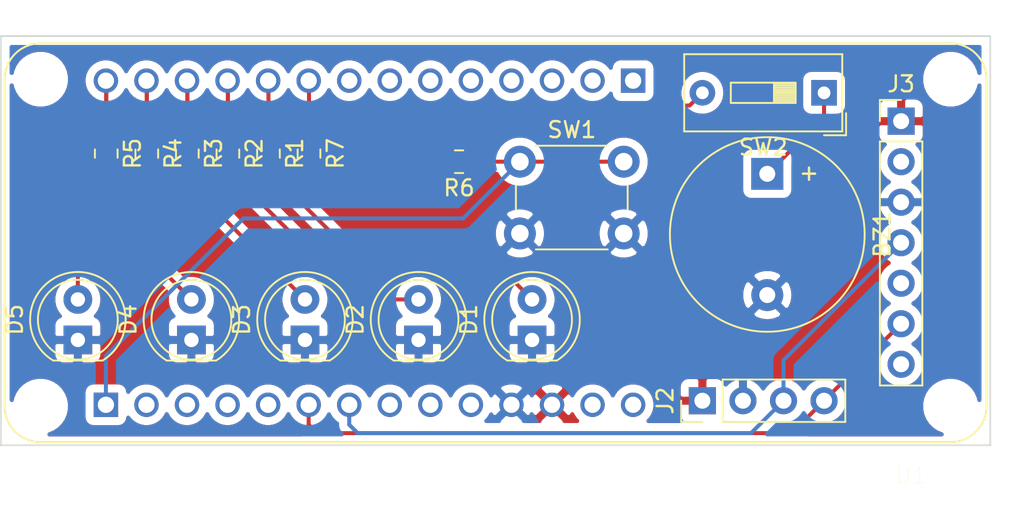
<source format=kicad_pcb>
(kicad_pcb (version 20171130) (host pcbnew "(5.1.6)-1")

  (general
    (thickness 1.6)
    (drawings 4)
    (tracks 51)
    (zones 0)
    (modules 18)
    (nets 39)
  )

  (page A4)
  (layers
    (0 F.Cu signal)
    (31 B.Cu signal)
    (32 B.Adhes user)
    (33 F.Adhes user)
    (34 B.Paste user)
    (35 F.Paste user)
    (36 B.SilkS user)
    (37 F.SilkS user)
    (38 B.Mask user)
    (39 F.Mask user)
    (40 Dwgs.User user)
    (41 Cmts.User user)
    (42 Eco1.User user)
    (43 Eco2.User user)
    (44 Edge.Cuts user)
    (45 Margin user)
    (46 B.CrtYd user)
    (47 F.CrtYd user)
    (48 B.Fab user)
    (49 F.Fab user)
  )

  (setup
    (last_trace_width 0.25)
    (trace_clearance 0.2)
    (zone_clearance 0.508)
    (zone_45_only no)
    (trace_min 0.2)
    (via_size 0.8)
    (via_drill 0.4)
    (via_min_size 0.4)
    (via_min_drill 0.3)
    (uvia_size 0.3)
    (uvia_drill 0.1)
    (uvias_allowed no)
    (uvia_min_size 0.2)
    (uvia_min_drill 0.1)
    (edge_width 0.05)
    (segment_width 0.2)
    (pcb_text_width 0.3)
    (pcb_text_size 1.5 1.5)
    (mod_edge_width 0.12)
    (mod_text_size 1 1)
    (mod_text_width 0.15)
    (pad_size 1.524 1.524)
    (pad_drill 0.762)
    (pad_to_mask_clearance 0.05)
    (aux_axis_origin 0 0)
    (visible_elements 7FFFFFFF)
    (pcbplotparams
      (layerselection 0x010fc_ffffffff)
      (usegerberextensions false)
      (usegerberattributes true)
      (usegerberadvancedattributes true)
      (creategerberjobfile true)
      (excludeedgelayer true)
      (linewidth 0.100000)
      (plotframeref false)
      (viasonmask false)
      (mode 1)
      (useauxorigin false)
      (hpglpennumber 1)
      (hpglpenspeed 20)
      (hpglpendiameter 15.000000)
      (psnegative false)
      (psa4output false)
      (plotreference true)
      (plotvalue true)
      (plotinvisibletext false)
      (padsonsilk false)
      (subtractmaskfromsilk false)
      (outputformat 1)
      (mirror false)
      (drillshape 0)
      (scaleselection 1)
      (outputdirectory "plot/"))
  )

  (net 0 "")
  (net 1 "Net-(BZ1-Pad1)")
  (net 2 "Net-(D1-Pad2)")
  (net 3 "Net-(D2-Pad2)")
  (net 4 "Net-(D3-Pad2)")
  (net 5 "Net-(D4-Pad2)")
  (net 6 "Net-(D5-Pad2)")
  (net 7 GND)
  (net 8 /RX)
  (net 9 /TX)
  (net 10 +3V3)
  (net 11 /SCL)
  (net 12 /SDA)
  (net 13 "Net-(J3-Pad2)")
  (net 14 "Net-(J3-Pad5)")
  (net 15 "Net-(J3-Pad7)")
  (net 16 "Net-(R1-Pad1)")
  (net 17 "Net-(R2-Pad1)")
  (net 18 "Net-(R3-Pad1)")
  (net 19 "Net-(R4-Pad1)")
  (net 20 "Net-(R5-Pad1)")
  (net 21 "Net-(U1-PadJ4_1)")
  (net 22 "Net-(U1-PadJ4_2)")
  (net 23 "Net-(U1-PadJ4_3)")
  (net 24 "Net-(U1-PadJ4_4)")
  (net 25 "Net-(U1-PadJ4_5)")
  (net 26 "Net-(U1-PadJ4_6)")
  (net 27 "Net-(U1-PadJ4_7)")
  (net 28 "Net-(U1-PadJ4_8)")
  (net 29 "Net-(U1-PadJ5_2)")
  (net 30 "Net-(U1-PadJ5_3)")
  (net 31 "Net-(U1-PadJ5_4)")
  (net 32 "Net-(U1-PadJ5_5)")
  (net 33 "Net-(U1-PadJ5_10)")
  (net 34 "Net-(U1-PadJ5_13)")
  (net 35 "Net-(U1-PadJ5_14)")
  (net 36 "Net-(R7-Pad1)")
  (net 37 "Net-(R6-Pad1)")
  (net 38 "Net-(R7-Pad2)")

  (net_class Default "This is the default net class."
    (clearance 0.2)
    (trace_width 0.25)
    (via_dia 0.8)
    (via_drill 0.4)
    (uvia_dia 0.3)
    (uvia_drill 0.1)
    (add_net +3V3)
    (add_net /RX)
    (add_net /SCL)
    (add_net /SDA)
    (add_net /TX)
    (add_net GND)
    (add_net "Net-(BZ1-Pad1)")
    (add_net "Net-(D1-Pad2)")
    (add_net "Net-(D2-Pad2)")
    (add_net "Net-(D3-Pad2)")
    (add_net "Net-(D4-Pad2)")
    (add_net "Net-(D5-Pad2)")
    (add_net "Net-(J3-Pad2)")
    (add_net "Net-(J3-Pad5)")
    (add_net "Net-(J3-Pad7)")
    (add_net "Net-(R1-Pad1)")
    (add_net "Net-(R2-Pad1)")
    (add_net "Net-(R3-Pad1)")
    (add_net "Net-(R4-Pad1)")
    (add_net "Net-(R5-Pad1)")
    (add_net "Net-(R6-Pad1)")
    (add_net "Net-(R7-Pad1)")
    (add_net "Net-(R7-Pad2)")
    (add_net "Net-(U1-PadJ4_1)")
    (add_net "Net-(U1-PadJ4_2)")
    (add_net "Net-(U1-PadJ4_3)")
    (add_net "Net-(U1-PadJ4_4)")
    (add_net "Net-(U1-PadJ4_5)")
    (add_net "Net-(U1-PadJ4_6)")
    (add_net "Net-(U1-PadJ4_7)")
    (add_net "Net-(U1-PadJ4_8)")
    (add_net "Net-(U1-PadJ5_10)")
    (add_net "Net-(U1-PadJ5_13)")
    (add_net "Net-(U1-PadJ5_14)")
    (add_net "Net-(U1-PadJ5_2)")
    (add_net "Net-(U1-PadJ5_3)")
    (add_net "Net-(U1-PadJ5_4)")
    (add_net "Net-(U1-PadJ5_5)")
  )

  (module Button_Switch_THT:SW_PUSH_6mm (layer F.Cu) (tedit 5A02FE31) (tstamp 60283E98)
    (at 186.182 112.776)
    (descr https://www.omron.com/ecb/products/pdf/en-b3f.pdf)
    (tags "tact sw push 6mm")
    (path /60293B0B)
    (fp_text reference SW1 (at 3.25 -2) (layer F.SilkS)
      (effects (font (size 1 1) (thickness 0.15)))
    )
    (fp_text value SW_Push (at 3.75 6.7) (layer F.Fab)
      (effects (font (size 1 1) (thickness 0.15)))
    )
    (fp_circle (center 3.25 2.25) (end 1.25 2.5) (layer F.Fab) (width 0.1))
    (fp_line (start 6.75 3) (end 6.75 1.5) (layer F.SilkS) (width 0.12))
    (fp_line (start 5.5 -1) (end 1 -1) (layer F.SilkS) (width 0.12))
    (fp_line (start -0.25 1.5) (end -0.25 3) (layer F.SilkS) (width 0.12))
    (fp_line (start 1 5.5) (end 5.5 5.5) (layer F.SilkS) (width 0.12))
    (fp_line (start 8 -1.25) (end 8 5.75) (layer F.CrtYd) (width 0.05))
    (fp_line (start 7.75 6) (end -1.25 6) (layer F.CrtYd) (width 0.05))
    (fp_line (start -1.5 5.75) (end -1.5 -1.25) (layer F.CrtYd) (width 0.05))
    (fp_line (start -1.25 -1.5) (end 7.75 -1.5) (layer F.CrtYd) (width 0.05))
    (fp_line (start -1.5 6) (end -1.25 6) (layer F.CrtYd) (width 0.05))
    (fp_line (start -1.5 5.75) (end -1.5 6) (layer F.CrtYd) (width 0.05))
    (fp_line (start -1.5 -1.5) (end -1.25 -1.5) (layer F.CrtYd) (width 0.05))
    (fp_line (start -1.5 -1.25) (end -1.5 -1.5) (layer F.CrtYd) (width 0.05))
    (fp_line (start 8 -1.5) (end 8 -1.25) (layer F.CrtYd) (width 0.05))
    (fp_line (start 7.75 -1.5) (end 8 -1.5) (layer F.CrtYd) (width 0.05))
    (fp_line (start 8 6) (end 8 5.75) (layer F.CrtYd) (width 0.05))
    (fp_line (start 7.75 6) (end 8 6) (layer F.CrtYd) (width 0.05))
    (fp_line (start 0.25 -0.75) (end 3.25 -0.75) (layer F.Fab) (width 0.1))
    (fp_line (start 0.25 5.25) (end 0.25 -0.75) (layer F.Fab) (width 0.1))
    (fp_line (start 6.25 5.25) (end 0.25 5.25) (layer F.Fab) (width 0.1))
    (fp_line (start 6.25 -0.75) (end 6.25 5.25) (layer F.Fab) (width 0.1))
    (fp_line (start 3.25 -0.75) (end 6.25 -0.75) (layer F.Fab) (width 0.1))
    (fp_text user %R (at 3.25 2.25) (layer F.Fab)
      (effects (font (size 1 1) (thickness 0.15)))
    )
    (pad 2 thru_hole circle (at 0 4.5 90) (size 2 2) (drill 1.1) (layers *.Cu *.Mask)
      (net 7 GND))
    (pad 1 thru_hole circle (at 0 0 90) (size 2 2) (drill 1.1) (layers *.Cu *.Mask)
      (net 37 "Net-(R6-Pad1)"))
    (pad 2 thru_hole circle (at 6.5 4.5 90) (size 2 2) (drill 1.1) (layers *.Cu *.Mask)
      (net 7 GND))
    (pad 1 thru_hole circle (at 6.5 0 90) (size 2 2) (drill 1.1) (layers *.Cu *.Mask)
      (net 37 "Net-(R6-Pad1)"))
    (model ${KISYS3DMOD}/Button_Switch_THT.3dshapes/SW_PUSH_6mm.wrl
      (at (xyz 0 0 0))
      (scale (xyz 1 1 1))
      (rotate (xyz 0 0 0))
    )
  )

  (module Arduino-MKR:MODULE_ARDUINO_MKR_ZERO (layer F.Cu) (tedit 6026E724) (tstamp 60286909)
    (at 184.658 117.856 180)
    (path /6026E99E)
    (fp_text reference U1 (at -26.035 -14.605) (layer F.SilkS)
      (effects (font (size 1 1) (thickness 0.015)))
    )
    (fp_text value ARDUINO_MKR_ZERO (at -14.605 14.605) (layer F.Fab)
      (effects (font (size 1 1) (thickness 0.015)))
    )
    (fp_line (start -32.3 -4.287) (end -31 -4.287) (layer F.CrtYd) (width 0.05))
    (fp_line (start -32.3 4.287) (end -32.3 -4.287) (layer F.CrtYd) (width 0.05))
    (fp_line (start -31 4.287) (end -32.3 4.287) (layer F.CrtYd) (width 0.05))
    (fp_line (start -31 10.5) (end -31 4.287) (layer F.CrtYd) (width 0.05))
    (fp_line (start 28.75 12.75) (end -28.75 12.75) (layer F.CrtYd) (width 0.05))
    (fp_line (start 31 -10.5) (end 31 10.5) (layer F.CrtYd) (width 0.05))
    (fp_line (start -28.75 -12.75) (end 28.75 -12.75) (layer F.CrtYd) (width 0.05))
    (fp_line (start -31 -4.287) (end -31 -10.5) (layer F.CrtYd) (width 0.05))
    (fp_line (start -30.75 10.25) (end -30.75 -10.25) (layer F.Fab) (width 0.127))
    (fp_line (start 28.5 12.5) (end -28.5 12.5) (layer F.Fab) (width 0.127))
    (fp_line (start 30.75 -10.25) (end 30.75 10.25) (layer F.Fab) (width 0.127))
    (fp_line (start -28.5 -12.5) (end 28.5 -12.5) (layer F.Fab) (width 0.127))
    (fp_line (start -32.05 4.037) (end -30.75 4.037) (layer F.Fab) (width 0.127))
    (fp_line (start -32.05 -4.037) (end -32.05 4.037) (layer F.Fab) (width 0.127))
    (fp_line (start -30.75 -4.037) (end -32.05 -4.037) (layer F.Fab) (width 0.127))
    (fp_line (start -30.75 10.25) (end -30.75 -10.25) (layer F.SilkS) (width 0.127))
    (fp_line (start 28.5 12.5) (end -28.5 12.5) (layer F.SilkS) (width 0.127))
    (fp_line (start 30.75 -10.25) (end 30.75 10.25) (layer F.SilkS) (width 0.127))
    (fp_line (start -28.5 -12.5) (end 28.5 -12.5) (layer F.SilkS) (width 0.127))
    (fp_arc (start 28.5 -10.25) (end 30.75 -10.25) (angle -90) (layer F.SilkS) (width 0.127))
    (fp_arc (start 28.5 10.25) (end 28.5 12.5) (angle -90) (layer F.SilkS) (width 0.127))
    (fp_arc (start -28.5 10.25) (end -30.75 10.25) (angle -90) (layer F.SilkS) (width 0.127))
    (fp_arc (start -28.5 -10.25) (end -28.5 -12.5) (angle -90) (layer F.SilkS) (width 0.127))
    (fp_arc (start 28.5 -10.25) (end 30.75 -10.25) (angle -90) (layer F.Fab) (width 0.127))
    (fp_arc (start 28.5 10.25) (end 28.5 12.5) (angle -90) (layer F.Fab) (width 0.127))
    (fp_arc (start -28.5 10.25) (end -30.75 10.25) (angle -90) (layer F.Fab) (width 0.127))
    (fp_arc (start -28.5 -10.25) (end -28.5 -12.5) (angle -90) (layer F.Fab) (width 0.127))
    (fp_arc (start -28.75 -10.5) (end -28.75 -12.75) (angle -90) (layer F.CrtYd) (width 0.05))
    (fp_arc (start 28.75 -10.5) (end 31 -10.5) (angle -90) (layer F.CrtYd) (width 0.05))
    (fp_arc (start 28.75 10.5) (end 28.75 12.75) (angle -90) (layer F.CrtYd) (width 0.05))
    (fp_arc (start -28.75 10.5) (end -31 10.5) (angle -90) (layer F.CrtYd) (width 0.05))
    (pad J4_1 thru_hole rect (at -8.6152 10.16 180) (size 1.53 1.53) (drill 1.02) (layers *.Cu *.Mask)
      (net 21 "Net-(U1-PadJ4_1)"))
    (pad None np_thru_hole circle (at -28.5 10.25 180) (size 2.42 2.42) (drill 2.42) (layers *.Cu *.Mask))
    (pad None np_thru_hole circle (at -28.5 -10.25 180) (size 2.42 2.42) (drill 2.42) (layers *.Cu *.Mask))
    (pad None np_thru_hole circle (at 28.5 -10.25 180) (size 2.42 2.42) (drill 2.42) (layers *.Cu *.Mask))
    (pad None np_thru_hole circle (at 28.5 10.25 180) (size 2.42 2.42) (drill 2.42) (layers *.Cu *.Mask))
    (pad J4_2 thru_hole circle (at -6.0752 10.16 180) (size 1.53 1.53) (drill 1.02) (layers *.Cu *.Mask)
      (net 22 "Net-(U1-PadJ4_2)"))
    (pad J4_3 thru_hole circle (at -3.5352 10.16 180) (size 1.53 1.53) (drill 1.02) (layers *.Cu *.Mask)
      (net 23 "Net-(U1-PadJ4_3)"))
    (pad J4_4 thru_hole circle (at -0.9952 10.16 180) (size 1.53 1.53) (drill 1.02) (layers *.Cu *.Mask)
      (net 24 "Net-(U1-PadJ4_4)"))
    (pad J4_5 thru_hole circle (at 1.5448 10.16 180) (size 1.53 1.53) (drill 1.02) (layers *.Cu *.Mask)
      (net 25 "Net-(U1-PadJ4_5)"))
    (pad J4_6 thru_hole circle (at 4.0848 10.16 180) (size 1.53 1.53) (drill 1.02) (layers *.Cu *.Mask)
      (net 26 "Net-(U1-PadJ4_6)"))
    (pad J4_7 thru_hole circle (at 6.6248 10.16 180) (size 1.53 1.53) (drill 1.02) (layers *.Cu *.Mask)
      (net 27 "Net-(U1-PadJ4_7)"))
    (pad J4_8 thru_hole circle (at 9.1648 10.16 180) (size 1.53 1.53) (drill 1.02) (layers *.Cu *.Mask)
      (net 28 "Net-(U1-PadJ4_8)"))
    (pad J4_9 thru_hole circle (at 11.7048 10.16 180) (size 1.53 1.53) (drill 1.02) (layers *.Cu *.Mask)
      (net 36 "Net-(R7-Pad1)"))
    (pad J4_10 thru_hole circle (at 14.2448 10.16 180) (size 1.53 1.53) (drill 1.02) (layers *.Cu *.Mask)
      (net 16 "Net-(R1-Pad1)"))
    (pad J4_11 thru_hole circle (at 16.7848 10.16 180) (size 1.53 1.53) (drill 1.02) (layers *.Cu *.Mask)
      (net 17 "Net-(R2-Pad1)"))
    (pad J4_12 thru_hole circle (at 19.3248 10.16 180) (size 1.53 1.53) (drill 1.02) (layers *.Cu *.Mask)
      (net 18 "Net-(R3-Pad1)"))
    (pad J4_13 thru_hole circle (at 21.8648 10.16 180) (size 1.53 1.53) (drill 1.02) (layers *.Cu *.Mask)
      (net 19 "Net-(R4-Pad1)"))
    (pad J4_14 thru_hole circle (at 24.4048 10.16 180) (size 1.53 1.53) (drill 1.02) (layers *.Cu *.Mask)
      (net 20 "Net-(R5-Pad1)"))
    (pad J5_1 thru_hole rect (at 24.4048 -10.16 180) (size 1.53 1.53) (drill 1.02) (layers *.Cu *.Mask)
      (net 37 "Net-(R6-Pad1)"))
    (pad J5_2 thru_hole circle (at 21.8648 -10.16 180) (size 1.53 1.53) (drill 1.02) (layers *.Cu *.Mask)
      (net 29 "Net-(U1-PadJ5_2)"))
    (pad J5_3 thru_hole circle (at 19.3248 -10.16 180) (size 1.53 1.53) (drill 1.02) (layers *.Cu *.Mask)
      (net 30 "Net-(U1-PadJ5_3)"))
    (pad J5_4 thru_hole circle (at 16.7848 -10.16 180) (size 1.53 1.53) (drill 1.02) (layers *.Cu *.Mask)
      (net 31 "Net-(U1-PadJ5_4)"))
    (pad J5_5 thru_hole circle (at 14.2448 -10.16 180) (size 1.53 1.53) (drill 1.02) (layers *.Cu *.Mask)
      (net 32 "Net-(U1-PadJ5_5)"))
    (pad J5_6 thru_hole circle (at 11.7048 -10.16 180) (size 1.53 1.53) (drill 1.02) (layers *.Cu *.Mask)
      (net 12 /SDA))
    (pad J5_7 thru_hole circle (at 9.1648 -10.16 180) (size 1.53 1.53) (drill 1.02) (layers *.Cu *.Mask)
      (net 11 /SCL))
    (pad J5_8 thru_hole circle (at 6.6248 -10.16 180) (size 1.53 1.53) (drill 1.02) (layers *.Cu *.Mask)
      (net 8 /RX))
    (pad J5_9 thru_hole circle (at 4.0848 -10.16 180) (size 1.53 1.53) (drill 1.02) (layers *.Cu *.Mask)
      (net 9 /TX))
    (pad J5_10 thru_hole circle (at 1.5448 -10.16 180) (size 1.53 1.53) (drill 1.02) (layers *.Cu *.Mask)
      (net 33 "Net-(U1-PadJ5_10)"))
    (pad J5_11 thru_hole circle (at -0.9952 -10.16 180) (size 1.53 1.53) (drill 1.02) (layers *.Cu *.Mask)
      (net 7 GND))
    (pad J5_12 thru_hole circle (at -3.5352 -10.16 180) (size 1.53 1.53) (drill 1.02) (layers *.Cu *.Mask)
      (net 10 +3V3))
    (pad J5_13 thru_hole circle (at -6.0752 -10.16 180) (size 1.53 1.53) (drill 1.02) (layers *.Cu *.Mask)
      (net 34 "Net-(U1-PadJ5_13)"))
    (pad J5_14 thru_hole circle (at -8.6152 -10.16 180) (size 1.53 1.53) (drill 1.02) (layers *.Cu *.Mask)
      (net 35 "Net-(U1-PadJ5_14)"))
  )

  (module Buzzer_Beeper:Buzzer_12x9.5RM7.6 (layer F.Cu) (tedit 5A030281) (tstamp 6027624C)
    (at 201.676 113.538 270)
    (descr "Generic Buzzer, D12mm height 9.5mm with RM7.6mm")
    (tags buzzer)
    (path /60282041)
    (fp_text reference BZ1 (at 3.8 -7.2 90) (layer F.SilkS)
      (effects (font (size 1 1) (thickness 0.15)))
    )
    (fp_text value Buzzer (at 3.8 7.4 90) (layer F.Fab)
      (effects (font (size 1 1) (thickness 0.15)))
    )
    (fp_circle (center 3.8 0) (end 9.9 0) (layer F.SilkS) (width 0.12))
    (fp_circle (center 3.8 0) (end 4.8 0) (layer F.Fab) (width 0.1))
    (fp_circle (center 3.8 0) (end 9.8 0) (layer F.Fab) (width 0.1))
    (fp_circle (center 3.8 0) (end 10.05 0) (layer F.CrtYd) (width 0.05))
    (fp_text user + (at -0.01 -2.54 90) (layer F.Fab)
      (effects (font (size 1 1) (thickness 0.15)))
    )
    (fp_text user + (at -0.01 -2.54 90) (layer F.SilkS)
      (effects (font (size 1 1) (thickness 0.15)))
    )
    (fp_text user %R (at 3.8 -4 90) (layer F.Fab)
      (effects (font (size 1 1) (thickness 0.15)))
    )
    (pad 1 thru_hole rect (at 0 0 270) (size 2 2) (drill 1) (layers *.Cu *.Mask)
      (net 1 "Net-(BZ1-Pad1)"))
    (pad 2 thru_hole circle (at 7.6 0 270) (size 2 2) (drill 1) (layers *.Cu *.Mask)
      (net 7 GND))
    (model ${KISYS3DMOD}/Buzzer_Beeper.3dshapes/Buzzer_12x9.5RM7.6.wrl
      (at (xyz 0 0 0))
      (scale (xyz 1 1 1))
      (rotate (xyz 0 0 0))
    )
  )

  (module Connector_PinHeader_2.54mm:PinHeader_1x04_P2.54mm_Vertical (layer F.Cu) (tedit 59FED5CC) (tstamp 602762DB)
    (at 197.612 127.762 90)
    (descr "Through hole straight pin header, 1x04, 2.54mm pitch, single row")
    (tags "Through hole pin header THT 1x04 2.54mm single row")
    (path /60286BC4)
    (fp_text reference J2 (at 0 -2.33 90) (layer F.SilkS)
      (effects (font (size 1 1) (thickness 0.15)))
    )
    (fp_text value Conn_01x04_Female (at 0 9.95 90) (layer F.Fab)
      (effects (font (size 1 1) (thickness 0.15)))
    )
    (fp_line (start 1.8 -1.8) (end -1.8 -1.8) (layer F.CrtYd) (width 0.05))
    (fp_line (start 1.8 9.4) (end 1.8 -1.8) (layer F.CrtYd) (width 0.05))
    (fp_line (start -1.8 9.4) (end 1.8 9.4) (layer F.CrtYd) (width 0.05))
    (fp_line (start -1.8 -1.8) (end -1.8 9.4) (layer F.CrtYd) (width 0.05))
    (fp_line (start -1.33 -1.33) (end 0 -1.33) (layer F.SilkS) (width 0.12))
    (fp_line (start -1.33 0) (end -1.33 -1.33) (layer F.SilkS) (width 0.12))
    (fp_line (start -1.33 1.27) (end 1.33 1.27) (layer F.SilkS) (width 0.12))
    (fp_line (start 1.33 1.27) (end 1.33 8.95) (layer F.SilkS) (width 0.12))
    (fp_line (start -1.33 1.27) (end -1.33 8.95) (layer F.SilkS) (width 0.12))
    (fp_line (start -1.33 8.95) (end 1.33 8.95) (layer F.SilkS) (width 0.12))
    (fp_line (start -1.27 -0.635) (end -0.635 -1.27) (layer F.Fab) (width 0.1))
    (fp_line (start -1.27 8.89) (end -1.27 -0.635) (layer F.Fab) (width 0.1))
    (fp_line (start 1.27 8.89) (end -1.27 8.89) (layer F.Fab) (width 0.1))
    (fp_line (start 1.27 -1.27) (end 1.27 8.89) (layer F.Fab) (width 0.1))
    (fp_line (start -0.635 -1.27) (end 1.27 -1.27) (layer F.Fab) (width 0.1))
    (fp_text user %R (at 0 3.81) (layer F.Fab)
      (effects (font (size 1 1) (thickness 0.15)))
    )
    (pad 1 thru_hole rect (at 0 0 90) (size 1.7 1.7) (drill 1) (layers *.Cu *.Mask)
      (net 10 +3V3))
    (pad 2 thru_hole oval (at 0 2.54 90) (size 1.7 1.7) (drill 1) (layers *.Cu *.Mask)
      (net 7 GND))
    (pad 3 thru_hole oval (at 0 5.08 90) (size 1.7 1.7) (drill 1) (layers *.Cu *.Mask)
      (net 11 /SCL))
    (pad 4 thru_hole oval (at 0 7.62 90) (size 1.7 1.7) (drill 1) (layers *.Cu *.Mask)
      (net 12 /SDA))
    (model ${KISYS3DMOD}/Connector_PinHeader_2.54mm.3dshapes/PinHeader_1x04_P2.54mm_Vertical.wrl
      (at (xyz 0 0 0))
      (scale (xyz 1 1 1))
      (rotate (xyz 0 0 0))
    )
  )

  (module Connector_PinHeader_2.54mm:PinHeader_1x07_P2.54mm_Vertical (layer F.Cu) (tedit 59FED5CC) (tstamp 602762F6)
    (at 210.058 110.236)
    (descr "Through hole straight pin header, 1x07, 2.54mm pitch, single row")
    (tags "Through hole pin header THT 1x07 2.54mm single row")
    (path /6028803C)
    (fp_text reference J3 (at 0 -2.33) (layer F.SilkS)
      (effects (font (size 1 1) (thickness 0.15)))
    )
    (fp_text value Conn_01x07_Female (at 0 17.57) (layer F.Fab)
      (effects (font (size 1 1) (thickness 0.15)))
    )
    (fp_line (start 1.8 -1.8) (end -1.8 -1.8) (layer F.CrtYd) (width 0.05))
    (fp_line (start 1.8 17.05) (end 1.8 -1.8) (layer F.CrtYd) (width 0.05))
    (fp_line (start -1.8 17.05) (end 1.8 17.05) (layer F.CrtYd) (width 0.05))
    (fp_line (start -1.8 -1.8) (end -1.8 17.05) (layer F.CrtYd) (width 0.05))
    (fp_line (start -1.33 -1.33) (end 0 -1.33) (layer F.SilkS) (width 0.12))
    (fp_line (start -1.33 0) (end -1.33 -1.33) (layer F.SilkS) (width 0.12))
    (fp_line (start -1.33 1.27) (end 1.33 1.27) (layer F.SilkS) (width 0.12))
    (fp_line (start 1.33 1.27) (end 1.33 16.57) (layer F.SilkS) (width 0.12))
    (fp_line (start -1.33 1.27) (end -1.33 16.57) (layer F.SilkS) (width 0.12))
    (fp_line (start -1.33 16.57) (end 1.33 16.57) (layer F.SilkS) (width 0.12))
    (fp_line (start -1.27 -0.635) (end -0.635 -1.27) (layer F.Fab) (width 0.1))
    (fp_line (start -1.27 16.51) (end -1.27 -0.635) (layer F.Fab) (width 0.1))
    (fp_line (start 1.27 16.51) (end -1.27 16.51) (layer F.Fab) (width 0.1))
    (fp_line (start 1.27 -1.27) (end 1.27 16.51) (layer F.Fab) (width 0.1))
    (fp_line (start -0.635 -1.27) (end 1.27 -1.27) (layer F.Fab) (width 0.1))
    (fp_text user %R (at 0 7.62 90) (layer F.Fab)
      (effects (font (size 1 1) (thickness 0.15)))
    )
    (pad 1 thru_hole rect (at 0 0) (size 1.7 1.7) (drill 1) (layers *.Cu *.Mask)
      (net 10 +3V3))
    (pad 2 thru_hole oval (at 0 2.54) (size 1.7 1.7) (drill 1) (layers *.Cu *.Mask)
      (net 13 "Net-(J3-Pad2)"))
    (pad 3 thru_hole oval (at 0 5.08) (size 1.7 1.7) (drill 1) (layers *.Cu *.Mask)
      (net 7 GND))
    (pad 4 thru_hole oval (at 0 7.62) (size 1.7 1.7) (drill 1) (layers *.Cu *.Mask)
      (net 11 /SCL))
    (pad 5 thru_hole oval (at 0 10.16) (size 1.7 1.7) (drill 1) (layers *.Cu *.Mask)
      (net 14 "Net-(J3-Pad5)"))
    (pad 6 thru_hole oval (at 0 12.7) (size 1.7 1.7) (drill 1) (layers *.Cu *.Mask)
      (net 12 /SDA))
    (pad 7 thru_hole oval (at 0 15.24) (size 1.7 1.7) (drill 1) (layers *.Cu *.Mask)
      (net 15 "Net-(J3-Pad7)"))
    (model ${KISYS3DMOD}/Connector_PinHeader_2.54mm.3dshapes/PinHeader_1x07_P2.54mm_Vertical.wrl
      (at (xyz 0 0 0))
      (scale (xyz 1 1 1))
      (rotate (xyz 0 0 0))
    )
  )

  (module Resistor_SMD:R_0805_2012Metric_Pad1.15x1.40mm_HandSolder (layer F.Cu) (tedit 5B36C52B) (tstamp 60276307)
    (at 162.814 112.268 270)
    (descr "Resistor SMD 0805 (2012 Metric), square (rectangular) end terminal, IPC_7351 nominal with elongated pad for handsoldering. (Body size source: https://docs.google.com/spreadsheets/d/1BsfQQcO9C6DZCsRaXUlFlo91Tg2WpOkGARC1WS5S8t0/edit?usp=sharing), generated with kicad-footprint-generator")
    (tags "resistor handsolder")
    (path /602706C8)
    (attr smd)
    (fp_text reference R4 (at 0 -1.65 90) (layer F.SilkS)
      (effects (font (size 1 1) (thickness 0.15)))
    )
    (fp_text value "220 Ohm" (at 0 1.65 90) (layer F.Fab)
      (effects (font (size 1 1) (thickness 0.15)))
    )
    (fp_line (start -1 0.6) (end -1 -0.6) (layer F.Fab) (width 0.1))
    (fp_line (start -1 -0.6) (end 1 -0.6) (layer F.Fab) (width 0.1))
    (fp_line (start 1 -0.6) (end 1 0.6) (layer F.Fab) (width 0.1))
    (fp_line (start 1 0.6) (end -1 0.6) (layer F.Fab) (width 0.1))
    (fp_line (start -0.261252 -0.71) (end 0.261252 -0.71) (layer F.SilkS) (width 0.12))
    (fp_line (start -0.261252 0.71) (end 0.261252 0.71) (layer F.SilkS) (width 0.12))
    (fp_line (start -1.85 0.95) (end -1.85 -0.95) (layer F.CrtYd) (width 0.05))
    (fp_line (start -1.85 -0.95) (end 1.85 -0.95) (layer F.CrtYd) (width 0.05))
    (fp_line (start 1.85 -0.95) (end 1.85 0.95) (layer F.CrtYd) (width 0.05))
    (fp_line (start 1.85 0.95) (end -1.85 0.95) (layer F.CrtYd) (width 0.05))
    (fp_text user %R (at 0 0 90) (layer F.Fab)
      (effects (font (size 0.5 0.5) (thickness 0.08)))
    )
    (pad 2 smd roundrect (at 1.025 0 270) (size 1.15 1.4) (layers F.Cu F.Paste F.Mask) (roundrect_rratio 0.217391)
      (net 5 "Net-(D4-Pad2)"))
    (pad 1 smd roundrect (at -1.025 0 270) (size 1.15 1.4) (layers F.Cu F.Paste F.Mask) (roundrect_rratio 0.217391)
      (net 19 "Net-(R4-Pad1)"))
    (model ${KISYS3DMOD}/Resistor_SMD.3dshapes/R_0805_2012Metric.wrl
      (at (xyz 0 0 0))
      (scale (xyz 1 1 1))
      (rotate (xyz 0 0 0))
    )
  )

  (module Resistor_SMD:R_0805_2012Metric_Pad1.15x1.40mm_HandSolder (layer F.Cu) (tedit 5B36C52B) (tstamp 60276318)
    (at 167.894 112.268 270)
    (descr "Resistor SMD 0805 (2012 Metric), square (rectangular) end terminal, IPC_7351 nominal with elongated pad for handsoldering. (Body size source: https://docs.google.com/spreadsheets/d/1BsfQQcO9C6DZCsRaXUlFlo91Tg2WpOkGARC1WS5S8t0/edit?usp=sharing), generated with kicad-footprint-generator")
    (tags "resistor handsolder")
    (path /6026FFA0)
    (attr smd)
    (fp_text reference R2 (at 0 -1.65 90) (layer F.SilkS)
      (effects (font (size 1 1) (thickness 0.15)))
    )
    (fp_text value "220 Ohm" (at 0 1.65 90) (layer F.Fab)
      (effects (font (size 1 1) (thickness 0.15)))
    )
    (fp_line (start -1 0.6) (end -1 -0.6) (layer F.Fab) (width 0.1))
    (fp_line (start -1 -0.6) (end 1 -0.6) (layer F.Fab) (width 0.1))
    (fp_line (start 1 -0.6) (end 1 0.6) (layer F.Fab) (width 0.1))
    (fp_line (start 1 0.6) (end -1 0.6) (layer F.Fab) (width 0.1))
    (fp_line (start -0.261252 -0.71) (end 0.261252 -0.71) (layer F.SilkS) (width 0.12))
    (fp_line (start -0.261252 0.71) (end 0.261252 0.71) (layer F.SilkS) (width 0.12))
    (fp_line (start -1.85 0.95) (end -1.85 -0.95) (layer F.CrtYd) (width 0.05))
    (fp_line (start -1.85 -0.95) (end 1.85 -0.95) (layer F.CrtYd) (width 0.05))
    (fp_line (start 1.85 -0.95) (end 1.85 0.95) (layer F.CrtYd) (width 0.05))
    (fp_line (start 1.85 0.95) (end -1.85 0.95) (layer F.CrtYd) (width 0.05))
    (fp_text user %R (at 0 0 90) (layer F.Fab)
      (effects (font (size 0.5 0.5) (thickness 0.08)))
    )
    (pad 2 smd roundrect (at 1.025 0 270) (size 1.15 1.4) (layers F.Cu F.Paste F.Mask) (roundrect_rratio 0.217391)
      (net 3 "Net-(D2-Pad2)"))
    (pad 1 smd roundrect (at -1.025 0 270) (size 1.15 1.4) (layers F.Cu F.Paste F.Mask) (roundrect_rratio 0.217391)
      (net 17 "Net-(R2-Pad1)"))
    (model ${KISYS3DMOD}/Resistor_SMD.3dshapes/R_0805_2012Metric.wrl
      (at (xyz 0 0 0))
      (scale (xyz 1 1 1))
      (rotate (xyz 0 0 0))
    )
  )

  (module Resistor_SMD:R_0805_2012Metric_Pad1.15x1.40mm_HandSolder (layer F.Cu) (tedit 5B36C52B) (tstamp 60276329)
    (at 165.354 112.268 270)
    (descr "Resistor SMD 0805 (2012 Metric), square (rectangular) end terminal, IPC_7351 nominal with elongated pad for handsoldering. (Body size source: https://docs.google.com/spreadsheets/d/1BsfQQcO9C6DZCsRaXUlFlo91Tg2WpOkGARC1WS5S8t0/edit?usp=sharing), generated with kicad-footprint-generator")
    (tags "resistor handsolder")
    (path /60270467)
    (attr smd)
    (fp_text reference R3 (at 0 -1.65 90) (layer F.SilkS)
      (effects (font (size 1 1) (thickness 0.15)))
    )
    (fp_text value "220 Ohm" (at 0 1.65 90) (layer F.Fab)
      (effects (font (size 1 1) (thickness 0.15)))
    )
    (fp_line (start 1.85 0.95) (end -1.85 0.95) (layer F.CrtYd) (width 0.05))
    (fp_line (start 1.85 -0.95) (end 1.85 0.95) (layer F.CrtYd) (width 0.05))
    (fp_line (start -1.85 -0.95) (end 1.85 -0.95) (layer F.CrtYd) (width 0.05))
    (fp_line (start -1.85 0.95) (end -1.85 -0.95) (layer F.CrtYd) (width 0.05))
    (fp_line (start -0.261252 0.71) (end 0.261252 0.71) (layer F.SilkS) (width 0.12))
    (fp_line (start -0.261252 -0.71) (end 0.261252 -0.71) (layer F.SilkS) (width 0.12))
    (fp_line (start 1 0.6) (end -1 0.6) (layer F.Fab) (width 0.1))
    (fp_line (start 1 -0.6) (end 1 0.6) (layer F.Fab) (width 0.1))
    (fp_line (start -1 -0.6) (end 1 -0.6) (layer F.Fab) (width 0.1))
    (fp_line (start -1 0.6) (end -1 -0.6) (layer F.Fab) (width 0.1))
    (fp_text user %R (at 0 0 90) (layer F.Fab)
      (effects (font (size 0.5 0.5) (thickness 0.08)))
    )
    (pad 1 smd roundrect (at -1.025 0 270) (size 1.15 1.4) (layers F.Cu F.Paste F.Mask) (roundrect_rratio 0.217391)
      (net 18 "Net-(R3-Pad1)"))
    (pad 2 smd roundrect (at 1.025 0 270) (size 1.15 1.4) (layers F.Cu F.Paste F.Mask) (roundrect_rratio 0.217391)
      (net 4 "Net-(D3-Pad2)"))
    (model ${KISYS3DMOD}/Resistor_SMD.3dshapes/R_0805_2012Metric.wrl
      (at (xyz 0 0 0))
      (scale (xyz 1 1 1))
      (rotate (xyz 0 0 0))
    )
  )

  (module Resistor_SMD:R_0805_2012Metric_Pad1.15x1.40mm_HandSolder (layer F.Cu) (tedit 5B36C52B) (tstamp 60285456)
    (at 172.974 112.268 270)
    (descr "Resistor SMD 0805 (2012 Metric), square (rectangular) end terminal, IPC_7351 nominal with elongated pad for handsoldering. (Body size source: https://docs.google.com/spreadsheets/d/1BsfQQcO9C6DZCsRaXUlFlo91Tg2WpOkGARC1WS5S8t0/edit?usp=sharing), generated with kicad-footprint-generator")
    (tags "resistor handsolder")
    (path /60270948)
    (attr smd)
    (fp_text reference R7 (at 0 -1.65 90) (layer F.SilkS)
      (effects (font (size 1 1) (thickness 0.15)))
    )
    (fp_text value "220 Ohm" (at 0 1.65 90) (layer F.Fab)
      (effects (font (size 1 1) (thickness 0.15)))
    )
    (fp_line (start 1.85 0.95) (end -1.85 0.95) (layer F.CrtYd) (width 0.05))
    (fp_line (start 1.85 -0.95) (end 1.85 0.95) (layer F.CrtYd) (width 0.05))
    (fp_line (start -1.85 -0.95) (end 1.85 -0.95) (layer F.CrtYd) (width 0.05))
    (fp_line (start -1.85 0.95) (end -1.85 -0.95) (layer F.CrtYd) (width 0.05))
    (fp_line (start -0.261252 0.71) (end 0.261252 0.71) (layer F.SilkS) (width 0.12))
    (fp_line (start -0.261252 -0.71) (end 0.261252 -0.71) (layer F.SilkS) (width 0.12))
    (fp_line (start 1 0.6) (end -1 0.6) (layer F.Fab) (width 0.1))
    (fp_line (start 1 -0.6) (end 1 0.6) (layer F.Fab) (width 0.1))
    (fp_line (start -1 -0.6) (end 1 -0.6) (layer F.Fab) (width 0.1))
    (fp_line (start -1 0.6) (end -1 -0.6) (layer F.Fab) (width 0.1))
    (fp_text user %R (at 0 0 90) (layer F.Fab)
      (effects (font (size 0.5 0.5) (thickness 0.08)))
    )
    (pad 1 smd roundrect (at -1.025 0 270) (size 1.15 1.4) (layers F.Cu F.Paste F.Mask) (roundrect_rratio 0.217391)
      (net 36 "Net-(R7-Pad1)"))
    (pad 2 smd roundrect (at 1.025 0 270) (size 1.15 1.4) (layers F.Cu F.Paste F.Mask) (roundrect_rratio 0.217391)
      (net 38 "Net-(R7-Pad2)"))
    (model ${KISYS3DMOD}/Resistor_SMD.3dshapes/R_0805_2012Metric.wrl
      (at (xyz 0 0 0))
      (scale (xyz 1 1 1))
      (rotate (xyz 0 0 0))
    )
  )

  (module Resistor_SMD:R_0805_2012Metric_Pad1.15x1.40mm_HandSolder (layer F.Cu) (tedit 5B36C52B) (tstamp 6027634B)
    (at 170.434 112.268 270)
    (descr "Resistor SMD 0805 (2012 Metric), square (rectangular) end terminal, IPC_7351 nominal with elongated pad for handsoldering. (Body size source: https://docs.google.com/spreadsheets/d/1BsfQQcO9C6DZCsRaXUlFlo91Tg2WpOkGARC1WS5S8t0/edit?usp=sharing), generated with kicad-footprint-generator")
    (tags "resistor handsolder")
    (path /6026F691)
    (attr smd)
    (fp_text reference R1 (at 0 -1.65 90) (layer F.SilkS)
      (effects (font (size 1 1) (thickness 0.15)))
    )
    (fp_text value "220 Ohm" (at 0 1.65 90) (layer F.Fab)
      (effects (font (size 1 1) (thickness 0.15)))
    )
    (fp_line (start 1.85 0.95) (end -1.85 0.95) (layer F.CrtYd) (width 0.05))
    (fp_line (start 1.85 -0.95) (end 1.85 0.95) (layer F.CrtYd) (width 0.05))
    (fp_line (start -1.85 -0.95) (end 1.85 -0.95) (layer F.CrtYd) (width 0.05))
    (fp_line (start -1.85 0.95) (end -1.85 -0.95) (layer F.CrtYd) (width 0.05))
    (fp_line (start -0.261252 0.71) (end 0.261252 0.71) (layer F.SilkS) (width 0.12))
    (fp_line (start -0.261252 -0.71) (end 0.261252 -0.71) (layer F.SilkS) (width 0.12))
    (fp_line (start 1 0.6) (end -1 0.6) (layer F.Fab) (width 0.1))
    (fp_line (start 1 -0.6) (end 1 0.6) (layer F.Fab) (width 0.1))
    (fp_line (start -1 -0.6) (end 1 -0.6) (layer F.Fab) (width 0.1))
    (fp_line (start -1 0.6) (end -1 -0.6) (layer F.Fab) (width 0.1))
    (fp_text user %R (at 0 0 90) (layer F.Fab)
      (effects (font (size 0.5 0.5) (thickness 0.08)))
    )
    (pad 1 smd roundrect (at -1.025 0 270) (size 1.15 1.4) (layers F.Cu F.Paste F.Mask) (roundrect_rratio 0.217391)
      (net 16 "Net-(R1-Pad1)"))
    (pad 2 smd roundrect (at 1.025 0 270) (size 1.15 1.4) (layers F.Cu F.Paste F.Mask) (roundrect_rratio 0.217391)
      (net 2 "Net-(D1-Pad2)"))
    (model ${KISYS3DMOD}/Resistor_SMD.3dshapes/R_0805_2012Metric.wrl
      (at (xyz 0 0 0))
      (scale (xyz 1 1 1))
      (rotate (xyz 0 0 0))
    )
  )

  (module Resistor_SMD:R_0805_2012Metric_Pad1.15x1.40mm_HandSolder (layer F.Cu) (tedit 5B36C52B) (tstamp 6028754B)
    (at 182.372 112.776 180)
    (descr "Resistor SMD 0805 (2012 Metric), square (rectangular) end terminal, IPC_7351 nominal with elongated pad for handsoldering. (Body size source: https://docs.google.com/spreadsheets/d/1BsfQQcO9C6DZCsRaXUlFlo91Tg2WpOkGARC1WS5S8t0/edit?usp=sharing), generated with kicad-footprint-generator")
    (tags "resistor handsolder")
    (path /60294C29)
    (attr smd)
    (fp_text reference R6 (at 0 -1.65) (layer F.SilkS)
      (effects (font (size 1 1) (thickness 0.15)))
    )
    (fp_text value 10kOhm (at 0 1.65) (layer F.Fab)
      (effects (font (size 1 1) (thickness 0.15)))
    )
    (fp_line (start -1 0.6) (end -1 -0.6) (layer F.Fab) (width 0.1))
    (fp_line (start -1 -0.6) (end 1 -0.6) (layer F.Fab) (width 0.1))
    (fp_line (start 1 -0.6) (end 1 0.6) (layer F.Fab) (width 0.1))
    (fp_line (start 1 0.6) (end -1 0.6) (layer F.Fab) (width 0.1))
    (fp_line (start -0.261252 -0.71) (end 0.261252 -0.71) (layer F.SilkS) (width 0.12))
    (fp_line (start -0.261252 0.71) (end 0.261252 0.71) (layer F.SilkS) (width 0.12))
    (fp_line (start -1.85 0.95) (end -1.85 -0.95) (layer F.CrtYd) (width 0.05))
    (fp_line (start -1.85 -0.95) (end 1.85 -0.95) (layer F.CrtYd) (width 0.05))
    (fp_line (start 1.85 -0.95) (end 1.85 0.95) (layer F.CrtYd) (width 0.05))
    (fp_line (start 1.85 0.95) (end -1.85 0.95) (layer F.CrtYd) (width 0.05))
    (fp_text user %R (at 0 0) (layer F.Fab)
      (effects (font (size 0.5 0.5) (thickness 0.08)))
    )
    (pad 2 smd roundrect (at 1.025 0 180) (size 1.15 1.4) (layers F.Cu F.Paste F.Mask) (roundrect_rratio 0.217391)
      (net 10 +3V3))
    (pad 1 smd roundrect (at -1.025 0 180) (size 1.15 1.4) (layers F.Cu F.Paste F.Mask) (roundrect_rratio 0.217391)
      (net 37 "Net-(R6-Pad1)"))
    (model ${KISYS3DMOD}/Resistor_SMD.3dshapes/R_0805_2012Metric.wrl
      (at (xyz 0 0 0))
      (scale (xyz 1 1 1))
      (rotate (xyz 0 0 0))
    )
  )

  (module LED_THT:LED_D5.0mm_Clear (layer F.Cu) (tedit 5A6C9BC0) (tstamp 6028308C)
    (at 165.608 123.952 90)
    (descr "LED, diameter 5.0mm, 2 pins, http://cdn-reichelt.de/documents/datenblatt/A500/LL-504BC2E-009.pdf")
    (tags "LED diameter 5.0mm 2 pins")
    (path /60275716)
    (fp_text reference D4 (at 1.27 -3.96 90) (layer F.SilkS)
      (effects (font (size 1 1) (thickness 0.15)))
    )
    (fp_text value LED (at 1.27 3.96 90) (layer F.Fab)
      (effects (font (size 1 1) (thickness 0.15)))
    )
    (fp_line (start -1.23 -1.469694) (end -1.23 1.469694) (layer F.Fab) (width 0.1))
    (fp_line (start -1.29 -1.545) (end -1.29 1.545) (layer F.SilkS) (width 0.12))
    (fp_line (start -1.95 -3.25) (end -1.95 3.25) (layer F.CrtYd) (width 0.05))
    (fp_line (start -1.95 3.25) (end 4.5 3.25) (layer F.CrtYd) (width 0.05))
    (fp_line (start 4.5 3.25) (end 4.5 -3.25) (layer F.CrtYd) (width 0.05))
    (fp_line (start 4.5 -3.25) (end -1.95 -3.25) (layer F.CrtYd) (width 0.05))
    (fp_circle (center 1.27 0) (end 3.77 0) (layer F.Fab) (width 0.1))
    (fp_circle (center 1.27 0) (end 3.77 0) (layer F.SilkS) (width 0.12))
    (fp_text user %R (at 1.25 0 90) (layer F.Fab)
      (effects (font (size 0.8 0.8) (thickness 0.2)))
    )
    (fp_arc (start 1.27 0) (end -1.23 -1.469694) (angle 299.1) (layer F.Fab) (width 0.1))
    (fp_arc (start 1.27 0) (end -1.29 -1.54483) (angle 148.9) (layer F.SilkS) (width 0.12))
    (fp_arc (start 1.27 0) (end -1.29 1.54483) (angle -148.9) (layer F.SilkS) (width 0.12))
    (pad 1 thru_hole rect (at 0 0 90) (size 1.8 1.8) (drill 0.9) (layers *.Cu *.Mask)
      (net 7 GND))
    (pad 2 thru_hole circle (at 2.54 0 90) (size 1.8 1.8) (drill 0.9) (layers *.Cu *.Mask)
      (net 5 "Net-(D4-Pad2)"))
    (model ${KISYS3DMOD}/LED_THT.3dshapes/LED_D5.0mm_Clear.wrl
      (at (xyz 0 0 0))
      (scale (xyz 1 1 1))
      (rotate (xyz 0 0 0))
    )
  )

  (module LED_THT:LED_D5.0mm_Clear (layer F.Cu) (tedit 5A6C9BC0) (tstamp 6028309D)
    (at 179.832 123.952 90)
    (descr "LED, diameter 5.0mm, 2 pins, http://cdn-reichelt.de/documents/datenblatt/A500/LL-504BC2E-009.pdf")
    (tags "LED diameter 5.0mm 2 pins")
    (path /60274376)
    (fp_text reference D2 (at 1.27 -3.96 90) (layer F.SilkS)
      (effects (font (size 1 1) (thickness 0.15)))
    )
    (fp_text value LED (at 1.27 3.96 90) (layer F.Fab)
      (effects (font (size 1 1) (thickness 0.15)))
    )
    (fp_line (start -1.23 -1.469694) (end -1.23 1.469694) (layer F.Fab) (width 0.1))
    (fp_line (start -1.29 -1.545) (end -1.29 1.545) (layer F.SilkS) (width 0.12))
    (fp_line (start -1.95 -3.25) (end -1.95 3.25) (layer F.CrtYd) (width 0.05))
    (fp_line (start -1.95 3.25) (end 4.5 3.25) (layer F.CrtYd) (width 0.05))
    (fp_line (start 4.5 3.25) (end 4.5 -3.25) (layer F.CrtYd) (width 0.05))
    (fp_line (start 4.5 -3.25) (end -1.95 -3.25) (layer F.CrtYd) (width 0.05))
    (fp_circle (center 1.27 0) (end 3.77 0) (layer F.Fab) (width 0.1))
    (fp_circle (center 1.27 0) (end 3.77 0) (layer F.SilkS) (width 0.12))
    (fp_text user %R (at 1.25 0 90) (layer F.Fab)
      (effects (font (size 0.8 0.8) (thickness 0.2)))
    )
    (fp_arc (start 1.27 0) (end -1.23 -1.469694) (angle 299.1) (layer F.Fab) (width 0.1))
    (fp_arc (start 1.27 0) (end -1.29 -1.54483) (angle 148.9) (layer F.SilkS) (width 0.12))
    (fp_arc (start 1.27 0) (end -1.29 1.54483) (angle -148.9) (layer F.SilkS) (width 0.12))
    (pad 1 thru_hole rect (at 0 0 90) (size 1.8 1.8) (drill 0.9) (layers *.Cu *.Mask)
      (net 7 GND))
    (pad 2 thru_hole circle (at 2.54 0 90) (size 1.8 1.8) (drill 0.9) (layers *.Cu *.Mask)
      (net 3 "Net-(D2-Pad2)"))
    (model ${KISYS3DMOD}/LED_THT.3dshapes/LED_D5.0mm_Clear.wrl
      (at (xyz 0 0 0))
      (scale (xyz 1 1 1))
      (rotate (xyz 0 0 0))
    )
  )

  (module LED_THT:LED_D5.0mm_Clear (layer F.Cu) (tedit 5A6C9BC0) (tstamp 602830AE)
    (at 172.72 123.952 90)
    (descr "LED, diameter 5.0mm, 2 pins, http://cdn-reichelt.de/documents/datenblatt/A500/LL-504BC2E-009.pdf")
    (tags "LED diameter 5.0mm 2 pins")
    (path /60275219)
    (fp_text reference D3 (at 1.27 -3.96 90) (layer F.SilkS)
      (effects (font (size 1 1) (thickness 0.15)))
    )
    (fp_text value LED (at 1.27 3.96 90) (layer F.Fab)
      (effects (font (size 1 1) (thickness 0.15)))
    )
    (fp_circle (center 1.27 0) (end 3.77 0) (layer F.SilkS) (width 0.12))
    (fp_circle (center 1.27 0) (end 3.77 0) (layer F.Fab) (width 0.1))
    (fp_line (start 4.5 -3.25) (end -1.95 -3.25) (layer F.CrtYd) (width 0.05))
    (fp_line (start 4.5 3.25) (end 4.5 -3.25) (layer F.CrtYd) (width 0.05))
    (fp_line (start -1.95 3.25) (end 4.5 3.25) (layer F.CrtYd) (width 0.05))
    (fp_line (start -1.95 -3.25) (end -1.95 3.25) (layer F.CrtYd) (width 0.05))
    (fp_line (start -1.29 -1.545) (end -1.29 1.545) (layer F.SilkS) (width 0.12))
    (fp_line (start -1.23 -1.469694) (end -1.23 1.469694) (layer F.Fab) (width 0.1))
    (fp_arc (start 1.27 0) (end -1.29 1.54483) (angle -148.9) (layer F.SilkS) (width 0.12))
    (fp_arc (start 1.27 0) (end -1.29 -1.54483) (angle 148.9) (layer F.SilkS) (width 0.12))
    (fp_arc (start 1.27 0) (end -1.23 -1.469694) (angle 299.1) (layer F.Fab) (width 0.1))
    (fp_text user %R (at 1.25 0 90) (layer F.Fab)
      (effects (font (size 0.8 0.8) (thickness 0.2)))
    )
    (pad 2 thru_hole circle (at 2.54 0 90) (size 1.8 1.8) (drill 0.9) (layers *.Cu *.Mask)
      (net 4 "Net-(D3-Pad2)"))
    (pad 1 thru_hole rect (at 0 0 90) (size 1.8 1.8) (drill 0.9) (layers *.Cu *.Mask)
      (net 7 GND))
    (model ${KISYS3DMOD}/LED_THT.3dshapes/LED_D5.0mm_Clear.wrl
      (at (xyz 0 0 0))
      (scale (xyz 1 1 1))
      (rotate (xyz 0 0 0))
    )
  )

  (module LED_THT:LED_D5.0mm_Clear (layer F.Cu) (tedit 5A6C9BC0) (tstamp 602830BF)
    (at 158.496 123.952 90)
    (descr "LED, diameter 5.0mm, 2 pins, http://cdn-reichelt.de/documents/datenblatt/A500/LL-504BC2E-009.pdf")
    (tags "LED diameter 5.0mm 2 pins")
    (path /602732DF)
    (fp_text reference D5 (at 1.27 -3.96 90) (layer F.SilkS)
      (effects (font (size 1 1) (thickness 0.15)))
    )
    (fp_text value LED (at 1.27 3.96 90) (layer F.Fab)
      (effects (font (size 1 1) (thickness 0.15)))
    )
    (fp_line (start -1.23 -1.469694) (end -1.23 1.469694) (layer F.Fab) (width 0.1))
    (fp_line (start -1.29 -1.545) (end -1.29 1.545) (layer F.SilkS) (width 0.12))
    (fp_line (start -1.95 -3.25) (end -1.95 3.25) (layer F.CrtYd) (width 0.05))
    (fp_line (start -1.95 3.25) (end 4.5 3.25) (layer F.CrtYd) (width 0.05))
    (fp_line (start 4.5 3.25) (end 4.5 -3.25) (layer F.CrtYd) (width 0.05))
    (fp_line (start 4.5 -3.25) (end -1.95 -3.25) (layer F.CrtYd) (width 0.05))
    (fp_circle (center 1.27 0) (end 3.77 0) (layer F.Fab) (width 0.1))
    (fp_circle (center 1.27 0) (end 3.77 0) (layer F.SilkS) (width 0.12))
    (fp_text user %R (at 1.25 0 90) (layer F.Fab)
      (effects (font (size 0.8 0.8) (thickness 0.2)))
    )
    (fp_arc (start 1.27 0) (end -1.23 -1.469694) (angle 299.1) (layer F.Fab) (width 0.1))
    (fp_arc (start 1.27 0) (end -1.29 -1.54483) (angle 148.9) (layer F.SilkS) (width 0.12))
    (fp_arc (start 1.27 0) (end -1.29 1.54483) (angle -148.9) (layer F.SilkS) (width 0.12))
    (pad 1 thru_hole rect (at 0 0 90) (size 1.8 1.8) (drill 0.9) (layers *.Cu *.Mask)
      (net 7 GND))
    (pad 2 thru_hole circle (at 2.54 0 90) (size 1.8 1.8) (drill 0.9) (layers *.Cu *.Mask)
      (net 6 "Net-(D5-Pad2)"))
    (model ${KISYS3DMOD}/LED_THT.3dshapes/LED_D5.0mm_Clear.wrl
      (at (xyz 0 0 0))
      (scale (xyz 1 1 1))
      (rotate (xyz 0 0 0))
    )
  )

  (module LED_THT:LED_D5.0mm_Clear (layer F.Cu) (tedit 5A6C9BC0) (tstamp 602830D0)
    (at 186.944 123.952 90)
    (descr "LED, diameter 5.0mm, 2 pins, http://cdn-reichelt.de/documents/datenblatt/A500/LL-504BC2E-009.pdf")
    (tags "LED diameter 5.0mm 2 pins")
    (path /60270D29)
    (fp_text reference D1 (at 1.27 -3.96 90) (layer F.SilkS)
      (effects (font (size 1 1) (thickness 0.15)))
    )
    (fp_text value LED (at 1.27 3.96 90) (layer F.Fab)
      (effects (font (size 1 1) (thickness 0.15)))
    )
    (fp_circle (center 1.27 0) (end 3.77 0) (layer F.SilkS) (width 0.12))
    (fp_circle (center 1.27 0) (end 3.77 0) (layer F.Fab) (width 0.1))
    (fp_line (start 4.5 -3.25) (end -1.95 -3.25) (layer F.CrtYd) (width 0.05))
    (fp_line (start 4.5 3.25) (end 4.5 -3.25) (layer F.CrtYd) (width 0.05))
    (fp_line (start -1.95 3.25) (end 4.5 3.25) (layer F.CrtYd) (width 0.05))
    (fp_line (start -1.95 -3.25) (end -1.95 3.25) (layer F.CrtYd) (width 0.05))
    (fp_line (start -1.29 -1.545) (end -1.29 1.545) (layer F.SilkS) (width 0.12))
    (fp_line (start -1.23 -1.469694) (end -1.23 1.469694) (layer F.Fab) (width 0.1))
    (fp_arc (start 1.27 0) (end -1.29 1.54483) (angle -148.9) (layer F.SilkS) (width 0.12))
    (fp_arc (start 1.27 0) (end -1.29 -1.54483) (angle 148.9) (layer F.SilkS) (width 0.12))
    (fp_arc (start 1.27 0) (end -1.23 -1.469694) (angle 299.1) (layer F.Fab) (width 0.1))
    (fp_text user %R (at 1.25 0 90) (layer F.Fab)
      (effects (font (size 0.8 0.8) (thickness 0.2)))
    )
    (pad 2 thru_hole circle (at 2.54 0 90) (size 1.8 1.8) (drill 0.9) (layers *.Cu *.Mask)
      (net 2 "Net-(D1-Pad2)"))
    (pad 1 thru_hole rect (at 0 0 90) (size 1.8 1.8) (drill 0.9) (layers *.Cu *.Mask)
      (net 7 GND))
    (model ${KISYS3DMOD}/LED_THT.3dshapes/LED_D5.0mm_Clear.wrl
      (at (xyz 0 0 0))
      (scale (xyz 1 1 1))
      (rotate (xyz 0 0 0))
    )
  )

  (module Resistor_SMD:R_0805_2012Metric_Pad1.15x1.40mm_HandSolder (layer F.Cu) (tedit 5B36C52B) (tstamp 60283FD4)
    (at 160.274 112.268 270)
    (descr "Resistor SMD 0805 (2012 Metric), square (rectangular) end terminal, IPC_7351 nominal with elongated pad for handsoldering. (Body size source: https://docs.google.com/spreadsheets/d/1BsfQQcO9C6DZCsRaXUlFlo91Tg2WpOkGARC1WS5S8t0/edit?usp=sharing), generated with kicad-footprint-generator")
    (tags "resistor handsolder")
    (path /6027EE5C)
    (attr smd)
    (fp_text reference R5 (at 0 -1.65 90) (layer F.SilkS)
      (effects (font (size 1 1) (thickness 0.15)))
    )
    (fp_text value "220 Ohm" (at 0 1.65 90) (layer F.Fab)
      (effects (font (size 1 1) (thickness 0.15)))
    )
    (fp_line (start -1 0.6) (end -1 -0.6) (layer F.Fab) (width 0.1))
    (fp_line (start -1 -0.6) (end 1 -0.6) (layer F.Fab) (width 0.1))
    (fp_line (start 1 -0.6) (end 1 0.6) (layer F.Fab) (width 0.1))
    (fp_line (start 1 0.6) (end -1 0.6) (layer F.Fab) (width 0.1))
    (fp_line (start -0.261252 -0.71) (end 0.261252 -0.71) (layer F.SilkS) (width 0.12))
    (fp_line (start -0.261252 0.71) (end 0.261252 0.71) (layer F.SilkS) (width 0.12))
    (fp_line (start -1.85 0.95) (end -1.85 -0.95) (layer F.CrtYd) (width 0.05))
    (fp_line (start -1.85 -0.95) (end 1.85 -0.95) (layer F.CrtYd) (width 0.05))
    (fp_line (start 1.85 -0.95) (end 1.85 0.95) (layer F.CrtYd) (width 0.05))
    (fp_line (start 1.85 0.95) (end -1.85 0.95) (layer F.CrtYd) (width 0.05))
    (fp_text user %R (at 0 0 90) (layer F.Fab)
      (effects (font (size 0.5 0.5) (thickness 0.08)))
    )
    (pad 1 smd roundrect (at -1.025 0 270) (size 1.15 1.4) (layers F.Cu F.Paste F.Mask) (roundrect_rratio 0.217391)
      (net 20 "Net-(R5-Pad1)"))
    (pad 2 smd roundrect (at 1.025 0 270) (size 1.15 1.4) (layers F.Cu F.Paste F.Mask) (roundrect_rratio 0.217391)
      (net 6 "Net-(D5-Pad2)"))
    (model ${KISYS3DMOD}/Resistor_SMD.3dshapes/R_0805_2012Metric.wrl
      (at (xyz 0 0 0))
      (scale (xyz 1 1 1))
      (rotate (xyz 0 0 0))
    )
  )

  (module Button_Switch_THT:SW_DIP_SPSTx01_Slide_9.78x4.72mm_W7.62mm_P2.54mm (layer F.Cu) (tedit 5A4E1404) (tstamp 60289C95)
    (at 205.232 108.458 180)
    (descr "1x-dip-switch SPST , Slide, row spacing 7.62 mm (300 mils), body size 9.78x4.72mm (see e.g. https://www.ctscorp.com/wp-content/uploads/206-208.pdf)")
    (tags "DIP Switch SPST Slide 7.62mm 300mil")
    (path /602CE579)
    (fp_text reference SW2 (at 3.81 -3.42) (layer F.SilkS)
      (effects (font (size 1 1) (thickness 0.15)))
    )
    (fp_text value SW_SPST (at 3.81 3.42) (layer F.Fab)
      (effects (font (size 1 1) (thickness 0.15)))
    )
    (fp_line (start 8.95 -2.7) (end -1.35 -2.7) (layer F.CrtYd) (width 0.05))
    (fp_line (start 8.95 2.7) (end 8.95 -2.7) (layer F.CrtYd) (width 0.05))
    (fp_line (start -1.35 2.7) (end 8.95 2.7) (layer F.CrtYd) (width 0.05))
    (fp_line (start -1.35 -2.7) (end -1.35 2.7) (layer F.CrtYd) (width 0.05))
    (fp_line (start 3.133333 -0.635) (end 3.133333 0.635) (layer F.SilkS) (width 0.12))
    (fp_line (start 1.78 0.565) (end 3.133333 0.565) (layer F.SilkS) (width 0.12))
    (fp_line (start 1.78 0.445) (end 3.133333 0.445) (layer F.SilkS) (width 0.12))
    (fp_line (start 1.78 0.325) (end 3.133333 0.325) (layer F.SilkS) (width 0.12))
    (fp_line (start 1.78 0.205) (end 3.133333 0.205) (layer F.SilkS) (width 0.12))
    (fp_line (start 1.78 0.085) (end 3.133333 0.085) (layer F.SilkS) (width 0.12))
    (fp_line (start 1.78 -0.035) (end 3.133333 -0.035) (layer F.SilkS) (width 0.12))
    (fp_line (start 1.78 -0.155) (end 3.133333 -0.155) (layer F.SilkS) (width 0.12))
    (fp_line (start 1.78 -0.275) (end 3.133333 -0.275) (layer F.SilkS) (width 0.12))
    (fp_line (start 1.78 -0.395) (end 3.133333 -0.395) (layer F.SilkS) (width 0.12))
    (fp_line (start 1.78 -0.515) (end 3.133333 -0.515) (layer F.SilkS) (width 0.12))
    (fp_line (start 5.84 -0.635) (end 1.78 -0.635) (layer F.SilkS) (width 0.12))
    (fp_line (start 5.84 0.635) (end 5.84 -0.635) (layer F.SilkS) (width 0.12))
    (fp_line (start 1.78 0.635) (end 5.84 0.635) (layer F.SilkS) (width 0.12))
    (fp_line (start 1.78 -0.635) (end 1.78 0.635) (layer F.SilkS) (width 0.12))
    (fp_line (start -1.38 -2.66) (end -1.38 -1.277) (layer F.SilkS) (width 0.12))
    (fp_line (start -1.38 -2.66) (end 0.004 -2.66) (layer F.SilkS) (width 0.12))
    (fp_line (start 8.76 -2.42) (end 8.76 2.42) (layer F.SilkS) (width 0.12))
    (fp_line (start -1.14 -2.42) (end -1.14 2.42) (layer F.SilkS) (width 0.12))
    (fp_line (start -1.14 2.42) (end 8.76 2.42) (layer F.SilkS) (width 0.12))
    (fp_line (start -1.14 -2.42) (end 8.76 -2.42) (layer F.SilkS) (width 0.12))
    (fp_line (start 3.133333 -0.635) (end 3.133333 0.635) (layer F.Fab) (width 0.1))
    (fp_line (start 1.78 0.565) (end 3.133333 0.565) (layer F.Fab) (width 0.1))
    (fp_line (start 1.78 0.465) (end 3.133333 0.465) (layer F.Fab) (width 0.1))
    (fp_line (start 1.78 0.365) (end 3.133333 0.365) (layer F.Fab) (width 0.1))
    (fp_line (start 1.78 0.265) (end 3.133333 0.265) (layer F.Fab) (width 0.1))
    (fp_line (start 1.78 0.165) (end 3.133333 0.165) (layer F.Fab) (width 0.1))
    (fp_line (start 1.78 0.065) (end 3.133333 0.065) (layer F.Fab) (width 0.1))
    (fp_line (start 1.78 -0.035) (end 3.133333 -0.035) (layer F.Fab) (width 0.1))
    (fp_line (start 1.78 -0.135) (end 3.133333 -0.135) (layer F.Fab) (width 0.1))
    (fp_line (start 1.78 -0.235) (end 3.133333 -0.235) (layer F.Fab) (width 0.1))
    (fp_line (start 1.78 -0.335) (end 3.133333 -0.335) (layer F.Fab) (width 0.1))
    (fp_line (start 1.78 -0.435) (end 3.133333 -0.435) (layer F.Fab) (width 0.1))
    (fp_line (start 1.78 -0.535) (end 3.133333 -0.535) (layer F.Fab) (width 0.1))
    (fp_line (start 5.84 -0.635) (end 1.78 -0.635) (layer F.Fab) (width 0.1))
    (fp_line (start 5.84 0.635) (end 5.84 -0.635) (layer F.Fab) (width 0.1))
    (fp_line (start 1.78 0.635) (end 5.84 0.635) (layer F.Fab) (width 0.1))
    (fp_line (start 1.78 -0.635) (end 1.78 0.635) (layer F.Fab) (width 0.1))
    (fp_line (start -1.08 -1.36) (end -0.08 -2.36) (layer F.Fab) (width 0.1))
    (fp_line (start -1.08 2.36) (end -1.08 -1.36) (layer F.Fab) (width 0.1))
    (fp_line (start 8.7 2.36) (end -1.08 2.36) (layer F.Fab) (width 0.1))
    (fp_line (start 8.7 -2.36) (end 8.7 2.36) (layer F.Fab) (width 0.1))
    (fp_line (start -0.08 -2.36) (end 8.7 -2.36) (layer F.Fab) (width 0.1))
    (fp_text user %R (at 7.27 0 90) (layer F.Fab)
      (effects (font (size 0.6 0.6) (thickness 0.09)))
    )
    (fp_text user on (at 5.365 -1.4975) (layer F.Fab)
      (effects (font (size 0.6 0.6) (thickness 0.09)))
    )
    (pad 1 thru_hole rect (at 0 0 180) (size 1.6 1.6) (drill 0.8) (layers *.Cu *.Mask)
      (net 1 "Net-(BZ1-Pad1)"))
    (pad 2 thru_hole oval (at 7.62 0 180) (size 1.6 1.6) (drill 0.8) (layers *.Cu *.Mask)
      (net 38 "Net-(R7-Pad2)"))
    (model ${KISYS3DMOD}/Button_Switch_THT.3dshapes/SW_DIP_SPSTx01_Slide_9.78x4.72mm_W7.62mm_P2.54mm.wrl
      (at (xyz 0 0 0))
      (scale (xyz 1 1 1))
      (rotate (xyz 0 0 90))
    )
  )

  (gr_line (start 215.646 104.902) (end 215.646 130.556) (layer Edge.Cuts) (width 0.1))
  (gr_line (start 153.67 104.902) (end 215.646 104.902) (layer Edge.Cuts) (width 0.1))
  (gr_line (start 153.67 130.556) (end 153.67 104.902) (layer Edge.Cuts) (width 0.1))
  (gr_line (start 215.646 130.556) (end 153.67 130.556) (layer Edge.Cuts) (width 0.1))

  (segment (start 205.232 109.982) (end 201.676 113.538) (width 0.25) (layer F.Cu) (net 1))
  (segment (start 205.232 108.458) (end 205.232 109.982) (width 0.25) (layer F.Cu) (net 1))
  (segment (start 170.434 113.293) (end 175.759 118.618) (width 0.25) (layer F.Cu) (net 2) (status 10))
  (segment (start 184.15 118.618) (end 186.944 121.412) (width 0.25) (layer F.Cu) (net 2) (status 20))
  (segment (start 175.759 118.618) (end 184.15 118.618) (width 0.25) (layer F.Cu) (net 2))
  (segment (start 176.013 121.412) (end 179.832 121.412) (width 0.25) (layer F.Cu) (net 3) (status 20))
  (segment (start 167.894 113.293) (end 176.013 121.412) (width 0.25) (layer F.Cu) (net 3) (status 10))
  (segment (start 165.354 114.046) (end 172.72 121.412) (width 0.25) (layer F.Cu) (net 4) (status 20))
  (segment (start 165.354 113.293) (end 165.354 114.046) (width 0.25) (layer F.Cu) (net 4) (status 10))
  (segment (start 162.814 118.618) (end 165.608 121.412) (width 0.25) (layer F.Cu) (net 5) (status 20))
  (segment (start 162.814 113.293) (end 162.814 118.618) (width 0.25) (layer F.Cu) (net 5) (status 10))
  (segment (start 158.496 115.071) (end 160.274 113.293) (width 0.25) (layer F.Cu) (net 6) (status 20))
  (segment (start 158.496 121.412) (end 158.496 115.071) (width 0.25) (layer F.Cu) (net 6) (status 10))
  (segment (start 202.692 125.222) (end 210.058 117.856) (width 0.25) (layer B.Cu) (net 11) (status 20))
  (segment (start 202.692 127.762) (end 202.692 125.222) (width 0.25) (layer B.Cu) (net 11) (status 10))
  (segment (start 175.4932 128.016) (end 175.4932 129.2652) (width 0.25) (layer B.Cu) (net 11) (status 10))
  (segment (start 175.4932 129.2652) (end 176.022 129.794) (width 0.25) (layer B.Cu) (net 11))
  (segment (start 200.66 129.794) (end 202.692 127.762) (width 0.25) (layer B.Cu) (net 11) (status 20))
  (segment (start 176.022 129.794) (end 200.66 129.794) (width 0.25) (layer B.Cu) (net 11))
  (segment (start 205.232 127.762) (end 210.058 122.936) (width 0.25) (layer F.Cu) (net 12) (status 30))
  (segment (start 172.9532 128.016) (end 172.9532 129.2652) (width 0.25) (layer F.Cu) (net 12) (status 10))
  (segment (start 172.9532 129.2652) (end 173.482 129.794) (width 0.25) (layer F.Cu) (net 12))
  (segment (start 203.2 129.794) (end 205.232 127.762) (width 0.25) (layer F.Cu) (net 12) (status 20))
  (segment (start 173.482 129.794) (end 203.2 129.794) (width 0.25) (layer F.Cu) (net 12))
  (segment (start 170.434 109.719) (end 170.434 107.6672) (width 0.25) (layer F.Cu) (net 16) (status 20))
  (segment (start 170.434 107.6672) (end 170.480201 107.620999) (width 0.25) (layer F.Cu) (net 16) (status 30))
  (segment (start 170.434 111.243) (end 170.434 107.6672) (width 0.25) (layer F.Cu) (net 16) (status 30))
  (segment (start 167.894 109.719) (end 167.894 107.6672) (width 0.25) (layer F.Cu) (net 17) (status 20))
  (segment (start 167.894 107.6672) (end 167.940201 107.620999) (width 0.25) (layer F.Cu) (net 17) (status 30))
  (segment (start 167.894 111.243) (end 167.894 107.6672) (width 0.25) (layer F.Cu) (net 17) (status 30))
  (segment (start 165.354 109.719) (end 165.354 107.6672) (width 0.25) (layer F.Cu) (net 18) (status 20))
  (segment (start 165.354 107.6672) (end 165.400201 107.620999) (width 0.25) (layer F.Cu) (net 18) (status 30))
  (segment (start 165.354 111.243) (end 165.354 107.6672) (width 0.25) (layer F.Cu) (net 18) (status 30))
  (segment (start 162.814 109.719) (end 162.814 107.6672) (width 0.25) (layer F.Cu) (net 19) (status 20))
  (segment (start 162.814 107.6672) (end 162.860201 107.620999) (width 0.25) (layer F.Cu) (net 19) (status 30))
  (segment (start 162.814 111.243) (end 162.814 107.6672) (width 0.25) (layer F.Cu) (net 19) (status 30))
  (segment (start 160.274 109.719) (end 160.274 107.6672) (width 0.25) (layer F.Cu) (net 20) (status 20))
  (segment (start 160.274 107.6672) (end 160.320201 107.620999) (width 0.25) (layer F.Cu) (net 20) (status 30))
  (segment (start 160.274 111.243) (end 160.274 107.6672) (width 0.25) (layer F.Cu) (net 20) (status 30))
  (segment (start 172.974 109.719) (end 172.974 107.6672) (width 0.25) (layer F.Cu) (net 36) (status 20))
  (segment (start 172.974 107.6672) (end 173.020201 107.620999) (width 0.25) (layer F.Cu) (net 36) (status 30))
  (segment (start 172.974 111.243) (end 172.974 107.6672) (width 0.25) (layer F.Cu) (net 36) (status 30))
  (segment (start 160.2532 124.953798) (end 168.874998 116.332) (width 0.25) (layer B.Cu) (net 37))
  (segment (start 160.2532 128.016) (end 160.2532 124.953798) (width 0.25) (layer B.Cu) (net 37) (status 10))
  (segment (start 182.626 116.332) (end 186.182 112.776) (width 0.25) (layer B.Cu) (net 37) (status 20))
  (segment (start 168.874998 116.332) (end 182.626 116.332) (width 0.25) (layer B.Cu) (net 37))
  (segment (start 186.182 112.776) (end 183.397 112.776) (width 0.25) (layer F.Cu) (net 37) (status 30))
  (segment (start 186.182 112.776) (end 192.682 112.776) (width 0.25) (layer F.Cu) (net 37) (status 30))
  (segment (start 177.009001 109.257999) (end 172.974 113.293) (width 0.25) (layer F.Cu) (net 38))
  (segment (start 196.812001 109.257999) (end 177.009001 109.257999) (width 0.25) (layer F.Cu) (net 38))
  (segment (start 197.612 108.458) (end 196.812001 109.257999) (width 0.25) (layer F.Cu) (net 38))

  (zone (net 10) (net_name +3V3) (layer F.Cu) (tstamp 6028A0D0) (hatch edge 0.508)
    (connect_pads (clearance 0.508))
    (min_thickness 0.254)
    (fill yes (arc_segments 32) (thermal_gap 0.508) (thermal_bridge_width 0.508))
    (polygon
      (pts
        (xy 215.646 130.556) (xy 153.67 130.556) (xy 153.67 104.902) (xy 215.646 104.902)
      )
    )
    (filled_polygon
      (pts
        (xy 214.961 107.213134) (xy 214.932098 107.067833) (xy 214.793018 106.732065) (xy 214.591105 106.429881) (xy 214.334119 106.172895)
        (xy 214.031935 105.970982) (xy 213.696167 105.831902) (xy 213.339717 105.761) (xy 212.976283 105.761) (xy 212.619833 105.831902)
        (xy 212.284065 105.970982) (xy 211.981881 106.172895) (xy 211.724895 106.429881) (xy 211.522982 106.732065) (xy 211.383902 107.067833)
        (xy 211.313 107.424283) (xy 211.313 107.787717) (xy 211.383902 108.144167) (xy 211.522982 108.479935) (xy 211.724895 108.782119)
        (xy 211.981881 109.039105) (xy 212.284065 109.241018) (xy 212.619833 109.380098) (xy 212.976283 109.451) (xy 213.339717 109.451)
        (xy 213.696167 109.380098) (xy 214.031935 109.241018) (xy 214.334119 109.039105) (xy 214.591105 108.782119) (xy 214.793018 108.479935)
        (xy 214.932098 108.144167) (xy 214.961 107.998866) (xy 214.961001 127.713138) (xy 214.932098 127.567833) (xy 214.793018 127.232065)
        (xy 214.591105 126.929881) (xy 214.334119 126.672895) (xy 214.031935 126.470982) (xy 213.696167 126.331902) (xy 213.339717 126.261)
        (xy 212.976283 126.261) (xy 212.619833 126.331902) (xy 212.284065 126.470982) (xy 211.981881 126.672895) (xy 211.724895 126.929881)
        (xy 211.522982 127.232065) (xy 211.383902 127.567833) (xy 211.313 127.924283) (xy 211.313 128.287717) (xy 211.383902 128.644167)
        (xy 211.522982 128.979935) (xy 211.724895 129.282119) (xy 211.981881 129.539105) (xy 212.284065 129.741018) (xy 212.597869 129.871)
        (xy 204.197801 129.871) (xy 204.865592 129.20321) (xy 205.08574 129.247) (xy 205.37826 129.247) (xy 205.665158 129.189932)
        (xy 205.935411 129.07799) (xy 206.178632 128.915475) (xy 206.385475 128.708632) (xy 206.54799 128.465411) (xy 206.659932 128.195158)
        (xy 206.717 127.90826) (xy 206.717 127.61574) (xy 206.673209 127.395592) (xy 208.573 125.495802) (xy 208.573 125.62226)
        (xy 208.630068 125.909158) (xy 208.74201 126.179411) (xy 208.904525 126.422632) (xy 209.111368 126.629475) (xy 209.354589 126.79199)
        (xy 209.624842 126.903932) (xy 209.91174 126.961) (xy 210.20426 126.961) (xy 210.491158 126.903932) (xy 210.761411 126.79199)
        (xy 211.004632 126.629475) (xy 211.211475 126.422632) (xy 211.37399 126.179411) (xy 211.485932 125.909158) (xy 211.543 125.62226)
        (xy 211.543 125.32974) (xy 211.485932 125.042842) (xy 211.37399 124.772589) (xy 211.211475 124.529368) (xy 211.004632 124.322525)
        (xy 210.83024 124.206) (xy 211.004632 124.089475) (xy 211.211475 123.882632) (xy 211.37399 123.639411) (xy 211.485932 123.369158)
        (xy 211.543 123.08226) (xy 211.543 122.78974) (xy 211.485932 122.502842) (xy 211.37399 122.232589) (xy 211.211475 121.989368)
        (xy 211.004632 121.782525) (xy 210.83024 121.666) (xy 211.004632 121.549475) (xy 211.211475 121.342632) (xy 211.37399 121.099411)
        (xy 211.485932 120.829158) (xy 211.543 120.54226) (xy 211.543 120.24974) (xy 211.485932 119.962842) (xy 211.37399 119.692589)
        (xy 211.211475 119.449368) (xy 211.004632 119.242525) (xy 210.83024 119.126) (xy 211.004632 119.009475) (xy 211.211475 118.802632)
        (xy 211.37399 118.559411) (xy 211.485932 118.289158) (xy 211.543 118.00226) (xy 211.543 117.70974) (xy 211.485932 117.422842)
        (xy 211.37399 117.152589) (xy 211.211475 116.909368) (xy 211.004632 116.702525) (xy 210.83024 116.586) (xy 211.004632 116.469475)
        (xy 211.211475 116.262632) (xy 211.37399 116.019411) (xy 211.485932 115.749158) (xy 211.543 115.46226) (xy 211.543 115.16974)
        (xy 211.485932 114.882842) (xy 211.37399 114.612589) (xy 211.211475 114.369368) (xy 211.004632 114.162525) (xy 210.83024 114.046)
        (xy 211.004632 113.929475) (xy 211.211475 113.722632) (xy 211.37399 113.479411) (xy 211.485932 113.209158) (xy 211.543 112.92226)
        (xy 211.543 112.62974) (xy 211.485932 112.342842) (xy 211.37399 112.072589) (xy 211.211475 111.829368) (xy 211.07962 111.697513)
        (xy 211.15218 111.675502) (xy 211.262494 111.616537) (xy 211.359185 111.537185) (xy 211.438537 111.440494) (xy 211.497502 111.33018)
        (xy 211.533812 111.210482) (xy 211.546072 111.086) (xy 211.543 110.52175) (xy 211.38425 110.363) (xy 210.185 110.363)
        (xy 210.185 110.383) (xy 209.931 110.383) (xy 209.931 110.363) (xy 208.73175 110.363) (xy 208.573 110.52175)
        (xy 208.569928 111.086) (xy 208.582188 111.210482) (xy 208.618498 111.33018) (xy 208.677463 111.440494) (xy 208.756815 111.537185)
        (xy 208.853506 111.616537) (xy 208.96382 111.675502) (xy 209.03638 111.697513) (xy 208.904525 111.829368) (xy 208.74201 112.072589)
        (xy 208.630068 112.342842) (xy 208.573 112.62974) (xy 208.573 112.92226) (xy 208.630068 113.209158) (xy 208.74201 113.479411)
        (xy 208.904525 113.722632) (xy 209.111368 113.929475) (xy 209.28576 114.046) (xy 209.111368 114.162525) (xy 208.904525 114.369368)
        (xy 208.74201 114.612589) (xy 208.630068 114.882842) (xy 208.573 115.16974) (xy 208.573 115.46226) (xy 208.630068 115.749158)
        (xy 208.74201 116.019411) (xy 208.904525 116.262632) (xy 209.111368 116.469475) (xy 209.28576 116.586) (xy 209.111368 116.702525)
        (xy 208.904525 116.909368) (xy 208.74201 117.152589) (xy 208.630068 117.422842) (xy 208.573 117.70974) (xy 208.573 118.00226)
        (xy 208.630068 118.289158) (xy 208.74201 118.559411) (xy 208.904525 118.802632) (xy 209.111368 119.009475) (xy 209.28576 119.126)
        (xy 209.111368 119.242525) (xy 208.904525 119.449368) (xy 208.74201 119.692589) (xy 208.630068 119.962842) (xy 208.573 120.24974)
        (xy 208.573 120.54226) (xy 208.630068 120.829158) (xy 208.74201 121.099411) (xy 208.904525 121.342632) (xy 209.111368 121.549475)
        (xy 209.28576 121.666) (xy 209.111368 121.782525) (xy 208.904525 121.989368) (xy 208.74201 122.232589) (xy 208.630068 122.502842)
        (xy 208.573 122.78974) (xy 208.573 123.08226) (xy 208.61679 123.302408) (xy 205.598408 126.320791) (xy 205.37826 126.277)
        (xy 205.08574 126.277) (xy 204.798842 126.334068) (xy 204.528589 126.44601) (xy 204.285368 126.608525) (xy 204.078525 126.815368)
        (xy 203.962 126.98976) (xy 203.845475 126.815368) (xy 203.638632 126.608525) (xy 203.395411 126.44601) (xy 203.125158 126.334068)
        (xy 202.83826 126.277) (xy 202.54574 126.277) (xy 202.258842 126.334068) (xy 201.988589 126.44601) (xy 201.745368 126.608525)
        (xy 201.538525 126.815368) (xy 201.422 126.98976) (xy 201.305475 126.815368) (xy 201.098632 126.608525) (xy 200.855411 126.44601)
        (xy 200.585158 126.334068) (xy 200.29826 126.277) (xy 200.00574 126.277) (xy 199.718842 126.334068) (xy 199.448589 126.44601)
        (xy 199.205368 126.608525) (xy 199.073513 126.74038) (xy 199.051502 126.66782) (xy 198.992537 126.557506) (xy 198.913185 126.460815)
        (xy 198.816494 126.381463) (xy 198.70618 126.322498) (xy 198.586482 126.286188) (xy 198.462 126.273928) (xy 197.89775 126.277)
        (xy 197.739 126.43575) (xy 197.739 127.635) (xy 197.759 127.635) (xy 197.759 127.889) (xy 197.739 127.889)
        (xy 197.739 127.909) (xy 197.485 127.909) (xy 197.485 127.889) (xy 196.28575 127.889) (xy 196.127 128.04775)
        (xy 196.123928 128.612) (xy 196.136188 128.736482) (xy 196.172498 128.85618) (xy 196.231463 128.966494) (xy 196.286864 129.034)
        (xy 194.235099 129.034) (xy 194.360651 128.908448) (xy 194.513864 128.679149) (xy 194.619399 128.424365) (xy 194.6732 128.153888)
        (xy 194.6732 127.878112) (xy 194.619399 127.607635) (xy 194.513864 127.352851) (xy 194.360651 127.123552) (xy 194.165648 126.928549)
        (xy 194.140881 126.912) (xy 196.123928 126.912) (xy 196.127 127.47625) (xy 196.28575 127.635) (xy 197.485 127.635)
        (xy 197.485 126.43575) (xy 197.32625 126.277) (xy 196.762 126.273928) (xy 196.637518 126.286188) (xy 196.51782 126.322498)
        (xy 196.407506 126.381463) (xy 196.310815 126.460815) (xy 196.231463 126.557506) (xy 196.172498 126.66782) (xy 196.136188 126.787518)
        (xy 196.123928 126.912) (xy 194.140881 126.912) (xy 193.936349 126.775336) (xy 193.681565 126.669801) (xy 193.411088 126.616)
        (xy 193.135312 126.616) (xy 192.864835 126.669801) (xy 192.610051 126.775336) (xy 192.380752 126.928549) (xy 192.185749 127.123552)
        (xy 192.032536 127.352851) (xy 192.0032 127.423674) (xy 191.973864 127.352851) (xy 191.820651 127.123552) (xy 191.625648 126.928549)
        (xy 191.396349 126.775336) (xy 191.141565 126.669801) (xy 190.871088 126.616) (xy 190.595312 126.616) (xy 190.324835 126.669801)
        (xy 190.070051 126.775336) (xy 189.840752 126.928549) (xy 189.645749 127.123552) (xy 189.492536 127.352851) (xy 189.465718 127.417594)
        (xy 189.463678 127.411928) (xy 189.401306 127.29524) (xy 189.160907 127.227898) (xy 188.372805 128.016) (xy 189.160907 128.804102)
        (xy 189.401306 128.73676) (xy 189.462512 128.606664) (xy 189.492536 128.679149) (xy 189.645749 128.908448) (xy 189.771301 129.034)
        (xy 188.967214 129.034) (xy 188.981302 128.983707) (xy 188.1932 128.195605) (xy 187.405098 128.983707) (xy 187.419186 129.034)
        (xy 186.615099 129.034) (xy 186.740651 128.908448) (xy 186.893864 128.679149) (xy 186.920682 128.614406) (xy 186.922722 128.620072)
        (xy 186.985094 128.73676) (xy 187.225493 128.804102) (xy 188.013595 128.016) (xy 187.225493 127.227898) (xy 186.985094 127.29524)
        (xy 186.923888 127.425336) (xy 186.893864 127.352851) (xy 186.740651 127.123552) (xy 186.665392 127.048293) (xy 187.405098 127.048293)
        (xy 188.1932 127.836395) (xy 188.981302 127.048293) (xy 188.91396 126.807894) (xy 188.66442 126.690494) (xy 188.396773 126.624033)
        (xy 188.121301 126.611064) (xy 187.848593 126.652086) (xy 187.589128 126.745522) (xy 187.47244 126.807894) (xy 187.405098 127.048293)
        (xy 186.665392 127.048293) (xy 186.545648 126.928549) (xy 186.316349 126.775336) (xy 186.061565 126.669801) (xy 185.791088 126.616)
        (xy 185.515312 126.616) (xy 185.244835 126.669801) (xy 184.990051 126.775336) (xy 184.760752 126.928549) (xy 184.565749 127.123552)
        (xy 184.412536 127.352851) (xy 184.3832 127.423674) (xy 184.353864 127.352851) (xy 184.200651 127.123552) (xy 184.005648 126.928549)
        (xy 183.776349 126.775336) (xy 183.521565 126.669801) (xy 183.251088 126.616) (xy 182.975312 126.616) (xy 182.704835 126.669801)
        (xy 182.450051 126.775336) (xy 182.220752 126.928549) (xy 182.025749 127.123552) (xy 181.872536 127.352851) (xy 181.8432 127.423674)
        (xy 181.813864 127.352851) (xy 181.660651 127.123552) (xy 181.465648 126.928549) (xy 181.236349 126.775336) (xy 180.981565 126.669801)
        (xy 180.711088 126.616) (xy 180.435312 126.616) (xy 180.164835 126.669801) (xy 179.910051 126.775336) (xy 179.680752 126.928549)
        (xy 179.485749 127.123552) (xy 179.332536 127.352851) (xy 179.3032 127.423674) (xy 179.273864 127.352851) (xy 179.120651 127.123552)
        (xy 178.925648 126.928549) (xy 178.696349 126.775336) (xy 178.441565 126.669801) (xy 178.171088 126.616) (xy 177.895312 126.616)
        (xy 177.624835 126.669801) (xy 177.370051 126.775336) (xy 177.140752 126.928549) (xy 176.945749 127.123552) (xy 176.792536 127.352851)
        (xy 176.7632 127.423674) (xy 176.733864 127.352851) (xy 176.580651 127.123552) (xy 176.385648 126.928549) (xy 176.156349 126.775336)
        (xy 175.901565 126.669801) (xy 175.631088 126.616) (xy 175.355312 126.616) (xy 175.084835 126.669801) (xy 174.830051 126.775336)
        (xy 174.600752 126.928549) (xy 174.405749 127.123552) (xy 174.252536 127.352851) (xy 174.2232 127.423674) (xy 174.193864 127.352851)
        (xy 174.040651 127.123552) (xy 173.845648 126.928549) (xy 173.616349 126.775336) (xy 173.361565 126.669801) (xy 173.091088 126.616)
        (xy 172.815312 126.616) (xy 172.544835 126.669801) (xy 172.290051 126.775336) (xy 172.060752 126.928549) (xy 171.865749 127.123552)
        (xy 171.712536 127.352851) (xy 171.6832 127.423674) (xy 171.653864 127.352851) (xy 171.500651 127.123552) (xy 171.305648 126.928549)
        (xy 171.076349 126.775336) (xy 170.821565 126.669801) (xy 170.551088 126.616) (xy 170.275312 126.616) (xy 170.004835 126.669801)
        (xy 169.750051 126.775336) (xy 169.520752 126.928549) (xy 169.325749 127.123552) (xy 169.172536 127.352851) (xy 169.1432 127.423674)
        (xy 169.113864 127.352851) (xy 168.960651 127.123552) (xy 168.765648 126.928549) (xy 168.536349 126.775336) (xy 168.281565 126.669801)
        (xy 168.011088 126.616) (xy 167.735312 126.616) (xy 167.464835 126.669801) (xy 167.210051 126.775336) (xy 166.980752 126.928549)
        (xy 166.785749 127.123552) (xy 166.632536 127.352851) (xy 166.6032 127.423674) (xy 166.573864 127.352851) (xy 166.420651 127.123552)
        (xy 166.225648 126.928549) (xy 165.996349 126.775336) (xy 165.741565 126.669801) (xy 165.471088 126.616) (xy 165.195312 126.616)
        (xy 164.924835 126.669801) (xy 164.670051 126.775336) (xy 164.440752 126.928549) (xy 164.245749 127.123552) (xy 164.092536 127.352851)
        (xy 164.0632 127.423674) (xy 164.033864 127.352851) (xy 163.880651 127.123552) (xy 163.685648 126.928549) (xy 163.456349 126.775336)
        (xy 163.201565 126.669801) (xy 162.931088 126.616) (xy 162.655312 126.616) (xy 162.384835 126.669801) (xy 162.130051 126.775336)
        (xy 161.900752 126.928549) (xy 161.705749 127.123552) (xy 161.651688 127.204459) (xy 161.644012 127.126518) (xy 161.607702 127.00682)
        (xy 161.548737 126.896506) (xy 161.469385 126.799815) (xy 161.372694 126.720463) (xy 161.26238 126.661498) (xy 161.142682 126.625188)
        (xy 161.0182 126.612928) (xy 159.4882 126.612928) (xy 159.363718 126.625188) (xy 159.24402 126.661498) (xy 159.133706 126.720463)
        (xy 159.037015 126.799815) (xy 158.957663 126.896506) (xy 158.898698 127.00682) (xy 158.862388 127.126518) (xy 158.850128 127.251)
        (xy 158.850128 128.781) (xy 158.862388 128.905482) (xy 158.898698 129.02518) (xy 158.957663 129.135494) (xy 159.037015 129.232185)
        (xy 159.133706 129.311537) (xy 159.24402 129.370502) (xy 159.363718 129.406812) (xy 159.4882 129.419072) (xy 161.0182 129.419072)
        (xy 161.142682 129.406812) (xy 161.26238 129.370502) (xy 161.372694 129.311537) (xy 161.469385 129.232185) (xy 161.548737 129.135494)
        (xy 161.607702 129.02518) (xy 161.644012 128.905482) (xy 161.651688 128.827541) (xy 161.705749 128.908448) (xy 161.900752 129.103451)
        (xy 162.130051 129.256664) (xy 162.384835 129.362199) (xy 162.655312 129.416) (xy 162.931088 129.416) (xy 163.201565 129.362199)
        (xy 163.456349 129.256664) (xy 163.685648 129.103451) (xy 163.880651 128.908448) (xy 164.033864 128.679149) (xy 164.0632 128.608326)
        (xy 164.092536 128.679149) (xy 164.245749 128.908448) (xy 164.440752 129.103451) (xy 164.670051 129.256664) (xy 164.924835 129.362199)
        (xy 165.195312 129.416) (xy 165.471088 129.416) (xy 165.741565 129.362199) (xy 165.996349 129.256664) (xy 166.225648 129.103451)
        (xy 166.420651 128.908448) (xy 166.573864 128.679149) (xy 166.6032 128.608326) (xy 166.632536 128.679149) (xy 166.785749 128.908448)
        (xy 166.980752 129.103451) (xy 167.210051 129.256664) (xy 167.464835 129.362199) (xy 167.735312 129.416) (xy 168.011088 129.416)
        (xy 168.281565 129.362199) (xy 168.536349 129.256664) (xy 168.765648 129.103451) (xy 168.960651 128.908448) (xy 169.113864 128.679149)
        (xy 169.1432 128.608326) (xy 169.172536 128.679149) (xy 169.325749 128.908448) (xy 169.520752 129.103451) (xy 169.750051 129.256664)
        (xy 170.004835 129.362199) (xy 170.275312 129.416) (xy 170.551088 129.416) (xy 170.821565 129.362199) (xy 171.076349 129.256664)
        (xy 171.305648 129.103451) (xy 171.500651 128.908448) (xy 171.653864 128.679149) (xy 171.6832 128.608326) (xy 171.712536 128.679149)
        (xy 171.865749 128.908448) (xy 172.060752 129.103451) (xy 172.193201 129.191951) (xy 172.193201 129.227868) (xy 172.189524 129.2652)
        (xy 172.193201 129.302533) (xy 172.204198 129.414186) (xy 172.20568 129.419072) (xy 172.247654 129.557446) (xy 172.318226 129.689476)
        (xy 172.360526 129.741018) (xy 172.4132 129.805201) (xy 172.442198 129.828999) (xy 172.484199 129.871) (xy 156.718131 129.871)
        (xy 157.031935 129.741018) (xy 157.334119 129.539105) (xy 157.591105 129.282119) (xy 157.793018 128.979935) (xy 157.932098 128.644167)
        (xy 158.003 128.287717) (xy 158.003 127.924283) (xy 157.932098 127.567833) (xy 157.793018 127.232065) (xy 157.591105 126.929881)
        (xy 157.334119 126.672895) (xy 157.031935 126.470982) (xy 156.696167 126.331902) (xy 156.339717 126.261) (xy 155.976283 126.261)
        (xy 155.619833 126.331902) (xy 155.284065 126.470982) (xy 154.981881 126.672895) (xy 154.724895 126.929881) (xy 154.522982 127.232065)
        (xy 154.383902 127.567833) (xy 154.355 127.713134) (xy 154.355 123.052) (xy 156.957928 123.052) (xy 156.957928 124.852)
        (xy 156.970188 124.976482) (xy 157.006498 125.09618) (xy 157.065463 125.206494) (xy 157.144815 125.303185) (xy 157.241506 125.382537)
        (xy 157.35182 125.441502) (xy 157.471518 125.477812) (xy 157.596 125.490072) (xy 159.396 125.490072) (xy 159.520482 125.477812)
        (xy 159.64018 125.441502) (xy 159.750494 125.382537) (xy 159.847185 125.303185) (xy 159.926537 125.206494) (xy 159.985502 125.09618)
        (xy 160.021812 124.976482) (xy 160.034072 124.852) (xy 160.034072 123.052) (xy 160.021812 122.927518) (xy 159.985502 122.80782)
        (xy 159.926537 122.697506) (xy 159.847185 122.600815) (xy 159.750494 122.521463) (xy 159.64018 122.462498) (xy 159.621873 122.456944)
        (xy 159.688312 122.390505) (xy 159.856299 122.139095) (xy 159.972011 121.859743) (xy 160.031 121.563184) (xy 160.031 121.260816)
        (xy 159.972011 120.964257) (xy 159.856299 120.684905) (xy 159.688312 120.433495) (xy 159.474505 120.219688) (xy 159.256 120.073687)
        (xy 159.256 115.385801) (xy 160.13573 114.506072) (xy 160.724001 114.506072) (xy 160.897255 114.489008) (xy 161.063851 114.438472)
        (xy 161.217387 114.356405) (xy 161.351962 114.245962) (xy 161.462405 114.111387) (xy 161.544 113.958734) (xy 161.625595 114.111387)
        (xy 161.736038 114.245962) (xy 161.870613 114.356405) (xy 162.024149 114.438472) (xy 162.054 114.447527) (xy 162.054001 118.580668)
        (xy 162.050324 118.618) (xy 162.064998 118.766985) (xy 162.108454 118.910246) (xy 162.179026 119.042276) (xy 162.209994 119.08001)
        (xy 162.274 119.158001) (xy 162.302998 119.181799) (xy 164.124269 121.00307) (xy 164.073 121.260816) (xy 164.073 121.563184)
        (xy 164.131989 121.859743) (xy 164.247701 122.139095) (xy 164.415688 122.390505) (xy 164.482127 122.456944) (xy 164.46382 122.462498)
        (xy 164.353506 122.521463) (xy 164.256815 122.600815) (xy 164.177463 122.697506) (xy 164.118498 122.80782) (xy 164.082188 122.927518)
        (xy 164.069928 123.052) (xy 164.069928 124.852) (xy 164.082188 124.976482) (xy 164.118498 125.09618) (xy 164.177463 125.206494)
        (xy 164.256815 125.303185) (xy 164.353506 125.382537) (xy 164.46382 125.441502) (xy 164.583518 125.477812) (xy 164.708 125.490072)
        (xy 166.508 125.490072) (xy 166.632482 125.477812) (xy 166.75218 125.441502) (xy 166.862494 125.382537) (xy 166.959185 125.303185)
        (xy 167.038537 125.206494) (xy 167.097502 125.09618) (xy 167.133812 124.976482) (xy 167.146072 124.852) (xy 167.146072 123.052)
        (xy 167.133812 122.927518) (xy 167.097502 122.80782) (xy 167.038537 122.697506) (xy 166.959185 122.600815) (xy 166.862494 122.521463)
        (xy 166.75218 122.462498) (xy 166.733873 122.456944) (xy 166.800312 122.390505) (xy 166.968299 122.139095) (xy 167.084011 121.859743)
        (xy 167.143 121.563184) (xy 167.143 121.260816) (xy 167.084011 120.964257) (xy 166.968299 120.684905) (xy 166.800312 120.433495)
        (xy 166.586505 120.219688) (xy 166.335095 120.051701) (xy 166.055743 119.935989) (xy 165.759184 119.877) (xy 165.456816 119.877)
        (xy 165.19907 119.928269) (xy 163.574 118.303199) (xy 163.574 114.447527) (xy 163.603851 114.438472) (xy 163.757387 114.356405)
        (xy 163.891962 114.245962) (xy 164.002405 114.111387) (xy 164.084 113.958734) (xy 164.165595 114.111387) (xy 164.276038 114.245962)
        (xy 164.410613 114.356405) (xy 164.564149 114.438472) (xy 164.730745 114.489008) (xy 164.73472 114.4894) (xy 164.790201 114.557002)
        (xy 164.814 114.586001) (xy 164.842998 114.609799) (xy 171.236269 121.00307) (xy 171.185 121.260816) (xy 171.185 121.563184)
        (xy 171.243989 121.859743) (xy 171.359701 122.139095) (xy 171.527688 122.390505) (xy 171.594127 122.456944) (xy 171.57582 122.462498)
        (xy 171.465506 122.521463) (xy 171.368815 122.600815) (xy 171.289463 122.697506) (xy 171.230498 122.80782) (xy 171.194188 122.927518)
        (xy 171.181928 123.052) (xy 171.181928 124.852) (xy 171.194188 124.976482) (xy 171.230498 125.09618) (xy 171.289463 125.206494)
        (xy 171.368815 125.303185) (xy 171.465506 125.382537) (xy 171.57582 125.441502) (xy 171.695518 125.477812) (xy 171.82 125.490072)
        (xy 173.62 125.490072) (xy 173.744482 125.477812) (xy 173.86418 125.441502) (xy 173.974494 125.382537) (xy 174.071185 125.303185)
        (xy 174.150537 125.206494) (xy 174.209502 125.09618) (xy 174.245812 124.976482) (xy 174.258072 124.852) (xy 174.258072 123.052)
        (xy 174.245812 122.927518) (xy 174.209502 122.80782) (xy 174.150537 122.697506) (xy 174.071185 122.600815) (xy 173.974494 122.521463)
        (xy 173.86418 122.462498) (xy 173.845873 122.456944) (xy 173.912312 122.390505) (xy 174.080299 122.139095) (xy 174.196011 121.859743)
        (xy 174.255 121.563184) (xy 174.255 121.260816) (xy 174.196011 120.964257) (xy 174.080299 120.684905) (xy 173.912312 120.433495)
        (xy 173.698505 120.219688) (xy 173.447095 120.051701) (xy 173.167743 119.935989) (xy 172.871184 119.877) (xy 172.568816 119.877)
        (xy 172.31107 119.928269) (xy 166.520671 114.13787) (xy 166.542405 114.111387) (xy 166.624 113.958734) (xy 166.705595 114.111387)
        (xy 166.816038 114.245962) (xy 166.950613 114.356405) (xy 167.104149 114.438472) (xy 167.270745 114.489008) (xy 167.443999 114.506072)
        (xy 168.032271 114.506072) (xy 175.449201 121.923003) (xy 175.472999 121.952001) (xy 175.501997 121.975799) (xy 175.588723 122.046974)
        (xy 175.720753 122.117546) (xy 175.864014 122.161003) (xy 175.975667 122.172) (xy 175.975677 122.172) (xy 176.013 122.175676)
        (xy 176.050323 122.172) (xy 178.493687 122.172) (xy 178.639688 122.390505) (xy 178.706127 122.456944) (xy 178.68782 122.462498)
        (xy 178.577506 122.521463) (xy 178.480815 122.600815) (xy 178.401463 122.697506) (xy 178.342498 122.80782) (xy 178.306188 122.927518)
        (xy 178.293928 123.052) (xy 178.293928 124.852) (xy 178.306188 124.976482) (xy 178.342498 125.09618) (xy 178.401463 125.206494)
        (xy 178.480815 125.303185) (xy 178.577506 125.382537) (xy 178.68782 125.441502) (xy 178.807518 125.477812) (xy 178.932 125.490072)
        (xy 180.732 125.490072) (xy 180.856482 125.477812) (xy 180.97618 125.441502) (xy 181.086494 125.382537) (xy 181.183185 125.303185)
        (xy 181.262537 125.206494) (xy 181.321502 125.09618) (xy 181.357812 124.976482) (xy 181.370072 124.852) (xy 181.370072 123.052)
        (xy 181.357812 122.927518) (xy 181.321502 122.80782) (xy 181.262537 122.697506) (xy 181.183185 122.600815) (xy 181.086494 122.521463)
        (xy 180.97618 122.462498) (xy 180.957873 122.456944) (xy 181.024312 122.390505) (xy 181.192299 122.139095) (xy 181.308011 121.859743)
        (xy 181.367 121.563184) (xy 181.367 121.260816) (xy 181.308011 120.964257) (xy 181.192299 120.684905) (xy 181.024312 120.433495)
        (xy 180.810505 120.219688) (xy 180.559095 120.051701) (xy 180.279743 119.935989) (xy 179.983184 119.877) (xy 179.680816 119.877)
        (xy 179.384257 119.935989) (xy 179.104905 120.051701) (xy 178.853495 120.219688) (xy 178.639688 120.433495) (xy 178.493687 120.652)
        (xy 176.327802 120.652) (xy 170.181873 114.506072) (xy 170.572271 114.506072) (xy 175.1952 119.129002) (xy 175.218999 119.158001)
        (xy 175.334724 119.252974) (xy 175.466753 119.323546) (xy 175.610014 119.367003) (xy 175.721667 119.378) (xy 175.721676 119.378)
        (xy 175.758999 119.381676) (xy 175.796322 119.378) (xy 183.835199 119.378) (xy 185.460269 121.00307) (xy 185.409 121.260816)
        (xy 185.409 121.563184) (xy 185.467989 121.859743) (xy 185.583701 122.139095) (xy 185.751688 122.390505) (xy 185.818127 122.456944)
        (xy 185.79982 122.462498) (xy 185.689506 122.521463) (xy 185.592815 122.600815) (xy 185.513463 122.697506) (xy 185.454498 122.80782)
        (xy 185.418188 122.927518) (xy 185.405928 123.052) (xy 185.405928 124.852) (xy 185.418188 124.976482) (xy 185.454498 125.09618)
        (xy 185.513463 125.206494) (xy 185.592815 125.303185) (xy 185.689506 125.382537) (xy 185.79982 125.441502) (xy 185.919518 125.477812)
        (xy 186.044 125.490072) (xy 187.844 125.490072) (xy 187.968482 125.477812) (xy 188.08818 125.441502) (xy 188.198494 125.382537)
        (xy 188.295185 125.303185) (xy 188.374537 125.206494) (xy 188.433502 125.09618) (xy 188.469812 124.976482) (xy 188.482072 124.852)
        (xy 188.482072 123.052) (xy 188.469812 122.927518) (xy 188.433502 122.80782) (xy 188.374537 122.697506) (xy 188.295185 122.600815)
        (xy 188.198494 122.521463) (xy 188.08818 122.462498) (xy 188.069873 122.456944) (xy 188.136312 122.390505) (xy 188.304299 122.139095)
        (xy 188.420011 121.859743) (xy 188.479 121.563184) (xy 188.479 121.260816) (xy 188.42254 120.976967) (xy 200.041 120.976967)
        (xy 200.041 121.299033) (xy 200.103832 121.614912) (xy 200.227082 121.912463) (xy 200.406013 122.180252) (xy 200.633748 122.407987)
        (xy 200.901537 122.586918) (xy 201.199088 122.710168) (xy 201.514967 122.773) (xy 201.837033 122.773) (xy 202.152912 122.710168)
        (xy 202.450463 122.586918) (xy 202.718252 122.407987) (xy 202.945987 122.180252) (xy 203.124918 121.912463) (xy 203.248168 121.614912)
        (xy 203.311 121.299033) (xy 203.311 120.976967) (xy 203.248168 120.661088) (xy 203.124918 120.363537) (xy 202.945987 120.095748)
        (xy 202.718252 119.868013) (xy 202.450463 119.689082) (xy 202.152912 119.565832) (xy 201.837033 119.503) (xy 201.514967 119.503)
        (xy 201.199088 119.565832) (xy 200.901537 119.689082) (xy 200.633748 119.868013) (xy 200.406013 120.095748) (xy 200.227082 120.363537)
        (xy 200.103832 120.661088) (xy 200.041 120.976967) (xy 188.42254 120.976967) (xy 188.420011 120.964257) (xy 188.304299 120.684905)
        (xy 188.136312 120.433495) (xy 187.922505 120.219688) (xy 187.671095 120.051701) (xy 187.391743 119.935989) (xy 187.095184 119.877)
        (xy 186.792816 119.877) (xy 186.53507 119.928269) (xy 185.179047 118.572246) (xy 185.407537 118.724918) (xy 185.705088 118.848168)
        (xy 186.020967 118.911) (xy 186.343033 118.911) (xy 186.658912 118.848168) (xy 186.956463 118.724918) (xy 187.224252 118.545987)
        (xy 187.451987 118.318252) (xy 187.630918 118.050463) (xy 187.754168 117.752912) (xy 187.817 117.437033) (xy 187.817 117.114967)
        (xy 191.047 117.114967) (xy 191.047 117.437033) (xy 191.109832 117.752912) (xy 191.233082 118.050463) (xy 191.412013 118.318252)
        (xy 191.639748 118.545987) (xy 191.907537 118.724918) (xy 192.205088 118.848168) (xy 192.520967 118.911) (xy 192.843033 118.911)
        (xy 193.158912 118.848168) (xy 193.456463 118.724918) (xy 193.724252 118.545987) (xy 193.951987 118.318252) (xy 194.130918 118.050463)
        (xy 194.254168 117.752912) (xy 194.317 117.437033) (xy 194.317 117.114967) (xy 194.254168 116.799088) (xy 194.130918 116.501537)
        (xy 193.951987 116.233748) (xy 193.724252 116.006013) (xy 193.456463 115.827082) (xy 193.158912 115.703832) (xy 192.843033 115.641)
        (xy 192.520967 115.641) (xy 192.205088 115.703832) (xy 191.907537 115.827082) (xy 191.639748 116.006013) (xy 191.412013 116.233748)
        (xy 191.233082 116.501537) (xy 191.109832 116.799088) (xy 191.047 117.114967) (xy 187.817 117.114967) (xy 187.754168 116.799088)
        (xy 187.630918 116.501537) (xy 187.451987 116.233748) (xy 187.224252 116.006013) (xy 186.956463 115.827082) (xy 186.658912 115.703832)
        (xy 186.343033 115.641) (xy 186.020967 115.641) (xy 185.705088 115.703832) (xy 185.407537 115.827082) (xy 185.139748 116.006013)
        (xy 184.912013 116.233748) (xy 184.733082 116.501537) (xy 184.609832 116.799088) (xy 184.547 117.114967) (xy 184.547 117.437033)
        (xy 184.609832 117.752912) (xy 184.733082 118.050463) (xy 184.885755 118.278953) (xy 184.713804 118.107003) (xy 184.690001 118.077999)
        (xy 184.574276 117.983026) (xy 184.442247 117.912454) (xy 184.298986 117.868997) (xy 184.187333 117.858) (xy 184.187322 117.858)
        (xy 184.15 117.854324) (xy 184.112678 117.858) (xy 176.073802 117.858) (xy 172.721873 114.506072) (xy 173.424001 114.506072)
        (xy 173.597255 114.489008) (xy 173.763851 114.438472) (xy 173.917387 114.356405) (xy 174.051962 114.245962) (xy 174.162405 114.111387)
        (xy 174.244472 113.957851) (xy 174.295008 113.791255) (xy 174.312072 113.618001) (xy 174.312072 113.476) (xy 180.133928 113.476)
        (xy 180.146188 113.600482) (xy 180.182498 113.72018) (xy 180.241463 113.830494) (xy 180.320815 113.927185) (xy 180.417506 114.006537)
        (xy 180.52782 114.065502) (xy 180.647518 114.101812) (xy 180.772 114.114072) (xy 181.06125 114.111) (xy 181.22 113.95225)
        (xy 181.22 112.903) (xy 180.29575 112.903) (xy 180.137 113.06175) (xy 180.133928 113.476) (xy 174.312072 113.476)
        (xy 174.312072 113.029729) (xy 175.265801 112.076) (xy 180.133928 112.076) (xy 180.137 112.49025) (xy 180.29575 112.649)
        (xy 181.22 112.649) (xy 181.22 111.59975) (xy 181.474 111.59975) (xy 181.474 112.649) (xy 181.494 112.649)
        (xy 181.494 112.903) (xy 181.474 112.903) (xy 181.474 113.95225) (xy 181.63275 114.111) (xy 181.922 114.114072)
        (xy 182.046482 114.101812) (xy 182.16618 114.065502) (xy 182.276494 114.006537) (xy 182.373185 113.927185) (xy 182.438658 113.847406)
        (xy 182.444038 113.853962) (xy 182.578613 113.964405) (xy 182.732149 114.046472) (xy 182.898745 114.097008) (xy 183.071999 114.114072)
        (xy 183.722001 114.114072) (xy 183.895255 114.097008) (xy 184.061851 114.046472) (xy 184.215387 113.964405) (xy 184.349962 113.853962)
        (xy 184.460405 113.719387) (xy 184.542472 113.565851) (xy 184.551527 113.536) (xy 184.727091 113.536) (xy 184.733082 113.550463)
        (xy 184.912013 113.818252) (xy 185.139748 114.045987) (xy 185.407537 114.224918) (xy 185.705088 114.348168) (xy 186.020967 114.411)
        (xy 186.343033 114.411) (xy 186.658912 114.348168) (xy 186.956463 114.224918) (xy 187.224252 114.045987) (xy 187.451987 113.818252)
        (xy 187.630918 113.550463) (xy 187.636909 113.536) (xy 191.227091 113.536) (xy 191.233082 113.550463) (xy 191.412013 113.818252)
        (xy 191.639748 114.045987) (xy 191.907537 114.224918) (xy 192.205088 114.348168) (xy 192.520967 114.411) (xy 192.843033 114.411)
        (xy 193.158912 114.348168) (xy 193.456463 114.224918) (xy 193.724252 114.045987) (xy 193.951987 113.818252) (xy 194.130918 113.550463)
        (xy 194.254168 113.252912) (xy 194.317 112.937033) (xy 194.317 112.614967) (xy 194.301691 112.538) (xy 200.037928 112.538)
        (xy 200.037928 114.538) (xy 200.050188 114.662482) (xy 200.086498 114.78218) (xy 200.145463 114.892494) (xy 200.224815 114.989185)
        (xy 200.321506 115.068537) (xy 200.43182 115.127502) (xy 200.551518 115.163812) (xy 200.676 115.176072) (xy 202.676 115.176072)
        (xy 202.800482 115.163812) (xy 202.92018 115.127502) (xy 203.030494 115.068537) (xy 203.127185 114.989185) (xy 203.206537 114.892494)
        (xy 203.265502 114.78218) (xy 203.301812 114.662482) (xy 203.314072 114.538) (xy 203.314072 112.97473) (xy 205.743008 110.545795)
        (xy 205.772001 110.522001) (xy 205.795795 110.493008) (xy 205.795799 110.493004) (xy 205.866973 110.406277) (xy 205.866974 110.406276)
        (xy 205.937546 110.274247) (xy 205.981003 110.130986) (xy 205.992 110.019333) (xy 205.992 110.019324) (xy 205.995676 109.982001)
        (xy 205.992 109.944678) (xy 205.992 109.896072) (xy 206.032 109.896072) (xy 206.156482 109.883812) (xy 206.27618 109.847502)
        (xy 206.386494 109.788537) (xy 206.483185 109.709185) (xy 206.562537 109.612494) (xy 206.621502 109.50218) (xy 206.656744 109.386)
        (xy 208.569928 109.386) (xy 208.573 109.95025) (xy 208.73175 110.109) (xy 209.931 110.109) (xy 209.931 108.90975)
        (xy 210.185 108.90975) (xy 210.185 110.109) (xy 211.38425 110.109) (xy 211.543 109.95025) (xy 211.546072 109.386)
        (xy 211.533812 109.261518) (xy 211.497502 109.14182) (xy 211.438537 109.031506) (xy 211.359185 108.934815) (xy 211.262494 108.855463)
        (xy 211.15218 108.796498) (xy 211.032482 108.760188) (xy 210.908 108.747928) (xy 210.34375 108.751) (xy 210.185 108.90975)
        (xy 209.931 108.90975) (xy 209.77225 108.751) (xy 209.208 108.747928) (xy 209.083518 108.760188) (xy 208.96382 108.796498)
        (xy 208.853506 108.855463) (xy 208.756815 108.934815) (xy 208.677463 109.031506) (xy 208.618498 109.14182) (xy 208.582188 109.261518)
        (xy 208.569928 109.386) (xy 206.656744 109.386) (xy 206.657812 109.382482) (xy 206.670072 109.258) (xy 206.670072 107.658)
        (xy 206.657812 107.533518) (xy 206.621502 107.41382) (xy 206.562537 107.303506) (xy 206.483185 107.206815) (xy 206.386494 107.127463)
        (xy 206.27618 107.068498) (xy 206.156482 107.032188) (xy 206.032 107.019928) (xy 204.432 107.019928) (xy 204.307518 107.032188)
        (xy 204.18782 107.068498) (xy 204.077506 107.127463) (xy 203.980815 107.206815) (xy 203.901463 107.303506) (xy 203.842498 107.41382)
        (xy 203.806188 107.533518) (xy 203.793928 107.658) (xy 203.793928 109.258) (xy 203.806188 109.382482) (xy 203.842498 109.50218)
        (xy 203.901463 109.612494) (xy 203.980815 109.709185) (xy 204.077506 109.788537) (xy 204.18782 109.847502) (xy 204.267519 109.871678)
        (xy 202.23927 111.899928) (xy 200.676 111.899928) (xy 200.551518 111.912188) (xy 200.43182 111.948498) (xy 200.321506 112.007463)
        (xy 200.224815 112.086815) (xy 200.145463 112.183506) (xy 200.086498 112.29382) (xy 200.050188 112.413518) (xy 200.037928 112.538)
        (xy 194.301691 112.538) (xy 194.254168 112.299088) (xy 194.130918 112.001537) (xy 193.951987 111.733748) (xy 193.724252 111.506013)
        (xy 193.456463 111.327082) (xy 193.158912 111.203832) (xy 192.843033 111.141) (xy 192.520967 111.141) (xy 192.205088 111.203832)
        (xy 191.907537 111.327082) (xy 191.639748 111.506013) (xy 191.412013 111.733748) (xy 191.233082 112.001537) (xy 191.227091 112.016)
        (xy 187.636909 112.016) (xy 187.630918 112.001537) (xy 187.451987 111.733748) (xy 187.224252 111.506013) (xy 186.956463 111.327082)
        (xy 186.658912 111.203832) (xy 186.343033 111.141) (xy 186.020967 111.141) (xy 185.705088 111.203832) (xy 185.407537 111.327082)
        (xy 185.139748 111.506013) (xy 184.912013 111.733748) (xy 184.733082 112.001537) (xy 184.727091 112.016) (xy 184.551527 112.016)
        (xy 184.542472 111.986149) (xy 184.460405 111.832613) (xy 184.349962 111.698038) (xy 184.215387 111.587595) (xy 184.061851 111.505528)
        (xy 183.895255 111.454992) (xy 183.722001 111.437928) (xy 183.071999 111.437928) (xy 182.898745 111.454992) (xy 182.732149 111.505528)
        (xy 182.578613 111.587595) (xy 182.444038 111.698038) (xy 182.438658 111.704594) (xy 182.373185 111.624815) (xy 182.276494 111.545463)
        (xy 182.16618 111.486498) (xy 182.046482 111.450188) (xy 181.922 111.437928) (xy 181.63275 111.441) (xy 181.474 111.59975)
        (xy 181.22 111.59975) (xy 181.06125 111.441) (xy 180.772 111.437928) (xy 180.647518 111.450188) (xy 180.52782 111.486498)
        (xy 180.417506 111.545463) (xy 180.320815 111.624815) (xy 180.241463 111.721506) (xy 180.182498 111.83182) (xy 180.146188 111.951518)
        (xy 180.133928 112.076) (xy 175.265801 112.076) (xy 177.323803 110.017999) (xy 196.774679 110.017999) (xy 196.812001 110.021675)
        (xy 196.849323 110.017999) (xy 196.849334 110.017999) (xy 196.960987 110.007002) (xy 197.104248 109.963545) (xy 197.236277 109.892973)
        (xy 197.281978 109.855467) (xy 197.470665 109.893) (xy 197.753335 109.893) (xy 198.030574 109.837853) (xy 198.291727 109.72968)
        (xy 198.526759 109.572637) (xy 198.726637 109.372759) (xy 198.88368 109.137727) (xy 198.991853 108.876574) (xy 199.047 108.599335)
        (xy 199.047 108.316665) (xy 198.991853 108.039426) (xy 198.88368 107.778273) (xy 198.726637 107.543241) (xy 198.526759 107.343363)
        (xy 198.291727 107.18632) (xy 198.030574 107.078147) (xy 197.753335 107.023) (xy 197.470665 107.023) (xy 197.193426 107.078147)
        (xy 196.932273 107.18632) (xy 196.697241 107.343363) (xy 196.497363 107.543241) (xy 196.34032 107.778273) (xy 196.232147 108.039426)
        (xy 196.177 108.316665) (xy 196.177 108.497999) (xy 194.672628 108.497999) (xy 194.676272 108.461) (xy 194.676272 106.931)
        (xy 194.664012 106.806518) (xy 194.627702 106.68682) (xy 194.568737 106.576506) (xy 194.489385 106.479815) (xy 194.392694 106.400463)
        (xy 194.28238 106.341498) (xy 194.162682 106.305188) (xy 194.0382 106.292928) (xy 192.5082 106.292928) (xy 192.383718 106.305188)
        (xy 192.26402 106.341498) (xy 192.153706 106.400463) (xy 192.057015 106.479815) (xy 191.977663 106.576506) (xy 191.918698 106.68682)
        (xy 191.882388 106.806518) (xy 191.874712 106.884459) (xy 191.820651 106.803552) (xy 191.625648 106.608549) (xy 191.396349 106.455336)
        (xy 191.141565 106.349801) (xy 190.871088 106.296) (xy 190.595312 106.296) (xy 190.324835 106.349801) (xy 190.070051 106.455336)
        (xy 189.840752 106.608549) (xy 189.645749 106.803552) (xy 189.492536 107.032851) (xy 189.4632 107.103674) (xy 189.433864 107.032851)
        (xy 189.280651 106.803552) (xy 189.085648 106.608549) (xy 188.856349 106.455336) (xy 188.601565 106.349801) (xy 188.331088 106.296)
        (xy 188.055312 106.296) (xy 187.784835 106.349801) (xy 187.530051 106.455336) (xy 187.300752 106.608549) (xy 187.105749 106.803552)
        (xy 186.952536 107.032851) (xy 186.9232 107.103674) (xy 186.893864 107.032851) (xy 186.740651 106.803552) (xy 186.545648 106.608549)
        (xy 186.316349 106.455336) (xy 186.061565 106.349801) (xy 185.791088 106.296) (xy 185.515312 106.296) (xy 185.244835 106.349801)
        (xy 184.990051 106.455336) (xy 184.760752 106.608549) (xy 184.565749 106.803552) (xy 184.412536 107.032851) (xy 184.3832 107.103674)
        (xy 184.353864 107.032851) (xy 184.200651 106.803552) (xy 184.005648 106.608549) (xy 183.776349 106.455336) (xy 183.521565 106.349801)
        (xy 183.251088 106.296) (xy 182.975312 106.296) (xy 182.704835 106.349801) (xy 182.450051 106.455336) (xy 182.220752 106.608549)
        (xy 182.025749 106.803552) (xy 181.872536 107.032851) (xy 181.8432 107.103674) (xy 181.813864 107.032851) (xy 181.660651 106.803552)
        (xy 181.465648 106.608549) (xy 181.236349 106.455336) (xy 180.981565 106.349801) (xy 180.711088 106.296) (xy 180.435312 106.296)
        (xy 180.164835 106.349801) (xy 179.910051 106.455336) (xy 179.680752 106.608549) (xy 179.485749 106.803552) (xy 179.332536 107.032851)
        (xy 179.3032 107.103674) (xy 179.273864 107.032851) (xy 179.120651 106.803552) (xy 178.925648 106.608549) (xy 178.696349 106.455336)
        (xy 178.441565 106.349801) (xy 178.171088 106.296) (xy 177.895312 106.296) (xy 177.624835 106.349801) (xy 177.370051 106.455336)
        (xy 177.140752 106.608549) (xy 176.945749 106.803552) (xy 176.792536 107.032851) (xy 176.7632 107.103674) (xy 176.733864 107.032851)
        (xy 176.580651 106.803552) (xy 176.385648 106.608549) (xy 176.156349 106.455336) (xy 175.901565 106.349801) (xy 175.631088 106.296)
        (xy 175.355312 106.296) (xy 175.084835 106.349801) (xy 174.830051 106.455336) (xy 174.600752 106.608549) (xy 174.405749 106.803552)
        (xy 174.252536 107.032851) (xy 174.2232 107.103674) (xy 174.193864 107.032851) (xy 174.040651 106.803552) (xy 173.845648 106.608549)
        (xy 173.616349 106.455336) (xy 173.361565 106.349801) (xy 173.091088 106.296) (xy 172.815312 106.296) (xy 172.544835 106.349801)
        (xy 172.290051 106.455336) (xy 172.060752 106.608549) (xy 171.865749 106.803552) (xy 171.712536 107.032851) (xy 171.6832 107.103674)
        (xy 171.653864 107.032851) (xy 171.500651 106.803552) (xy 171.305648 106.608549) (xy 171.076349 106.455336) (xy 170.821565 106.349801)
        (xy 170.551088 106.296) (xy 170.275312 106.296) (xy 170.004835 106.349801) (xy 169.750051 106.455336) (xy 169.520752 106.608549)
        (xy 169.325749 106.803552) (xy 169.172536 107.032851) (xy 169.1432 107.103674) (xy 169.113864 107.032851) (xy 168.960651 106.803552)
        (xy 168.765648 106.608549) (xy 168.536349 106.455336) (xy 168.281565 106.349801) (xy 168.011088 106.296) (xy 167.735312 106.296)
        (xy 167.464835 106.349801) (xy 167.210051 106.455336) (xy 166.980752 106.608549) (xy 166.785749 106.803552) (xy 166.632536 107.032851)
        (xy 166.6032 107.103674) (xy 166.573864 107.032851) (xy 166.420651 106.803552) (xy 166.225648 106.608549) (xy 165.996349 106.455336)
        (xy 165.741565 106.349801) (xy 165.471088 106.296) (xy 165.195312 106.296) (xy 164.924835 106.349801) (xy 164.670051 106.455336)
        (xy 164.440752 106.608549) (xy 164.245749 106.803552) (xy 164.092536 107.032851) (xy 164.0632 107.103674) (xy 164.033864 107.032851)
        (xy 163.880651 106.803552) (xy 163.685648 106.608549) (xy 163.456349 106.455336) (xy 163.201565 106.349801) (xy 162.931088 106.296)
        (xy 162.655312 106.296) (xy 162.384835 106.349801) (xy 162.130051 106.455336) (xy 161.900752 106.608549) (xy 161.705749 106.803552)
        (xy 161.552536 107.032851) (xy 161.5232 107.103674) (xy 161.493864 107.032851) (xy 161.340651 106.803552) (xy 161.145648 106.608549)
        (xy 160.916349 106.455336) (xy 160.661565 106.349801) (xy 160.391088 106.296) (xy 160.115312 106.296) (xy 159.844835 106.349801)
        (xy 159.590051 106.455336) (xy 159.360752 106.608549) (xy 159.165749 106.803552) (xy 159.012536 107.032851) (xy 158.907001 107.287635)
        (xy 158.8532 107.558112) (xy 158.8532 107.833888) (xy 158.907001 108.104365) (xy 159.012536 108.359149) (xy 159.165749 108.588448)
        (xy 159.360752 108.783451) (xy 159.514 108.885849) (xy 159.514001 109.451) (xy 159.514 110.088473) (xy 159.484149 110.097528)
        (xy 159.330613 110.179595) (xy 159.196038 110.290038) (xy 159.085595 110.424613) (xy 159.003528 110.578149) (xy 158.952992 110.744745)
        (xy 158.935928 110.917999) (xy 158.935928 111.568001) (xy 158.952992 111.741255) (xy 159.003528 111.907851) (xy 159.085595 112.061387)
        (xy 159.196038 112.195962) (xy 159.283816 112.268) (xy 159.196038 112.340038) (xy 159.085595 112.474613) (xy 159.003528 112.628149)
        (xy 158.952992 112.794745) (xy 158.935928 112.967999) (xy 158.935928 113.55627) (xy 157.984998 114.507201) (xy 157.956 114.530999)
        (xy 157.932202 114.559997) (xy 157.932201 114.559998) (xy 157.861026 114.646724) (xy 157.790454 114.778754) (xy 157.781074 114.809677)
        (xy 157.758881 114.882842) (xy 157.746998 114.922015) (xy 157.732324 115.071) (xy 157.736001 115.108332) (xy 157.736 120.073687)
        (xy 157.517495 120.219688) (xy 157.303688 120.433495) (xy 157.135701 120.684905) (xy 157.019989 120.964257) (xy 156.961 121.260816)
        (xy 156.961 121.563184) (xy 157.019989 121.859743) (xy 157.135701 122.139095) (xy 157.303688 122.390505) (xy 157.370127 122.456944)
        (xy 157.35182 122.462498) (xy 157.241506 122.521463) (xy 157.144815 122.600815) (xy 157.065463 122.697506) (xy 157.006498 122.80782)
        (xy 156.970188 122.927518) (xy 156.957928 123.052) (xy 154.355 123.052) (xy 154.355 107.998866) (xy 154.383902 108.144167)
        (xy 154.522982 108.479935) (xy 154.724895 108.782119) (xy 154.981881 109.039105) (xy 155.284065 109.241018) (xy 155.619833 109.380098)
        (xy 155.976283 109.451) (xy 156.339717 109.451) (xy 156.696167 109.380098) (xy 157.031935 109.241018) (xy 157.334119 109.039105)
        (xy 157.591105 108.782119) (xy 157.793018 108.479935) (xy 157.932098 108.144167) (xy 158.003 107.787717) (xy 158.003 107.424283)
        (xy 157.932098 107.067833) (xy 157.793018 106.732065) (xy 157.591105 106.429881) (xy 157.334119 106.172895) (xy 157.031935 105.970982)
        (xy 156.696167 105.831902) (xy 156.339717 105.761) (xy 155.976283 105.761) (xy 155.619833 105.831902) (xy 155.284065 105.970982)
        (xy 154.981881 106.172895) (xy 154.724895 106.429881) (xy 154.522982 106.732065) (xy 154.383902 107.067833) (xy 154.355 107.213134)
        (xy 154.355 105.587) (xy 214.961 105.587)
      )
    )
  )
  (zone (net 7) (net_name GND) (layer B.Cu) (tstamp 6028A0CD) (hatch edge 0.508)
    (connect_pads (clearance 0.508))
    (min_thickness 0.254)
    (fill yes (arc_segments 32) (thermal_gap 0.508) (thermal_bridge_width 0.508))
    (polygon
      (pts
        (xy 215.646 130.556) (xy 153.67 130.556) (xy 153.67 104.902) (xy 215.646 104.902)
      )
    )
    (filled_polygon
      (pts
        (xy 214.961 107.213134) (xy 214.932098 107.067833) (xy 214.793018 106.732065) (xy 214.591105 106.429881) (xy 214.334119 106.172895)
        (xy 214.031935 105.970982) (xy 213.696167 105.831902) (xy 213.339717 105.761) (xy 212.976283 105.761) (xy 212.619833 105.831902)
        (xy 212.284065 105.970982) (xy 211.981881 106.172895) (xy 211.724895 106.429881) (xy 211.522982 106.732065) (xy 211.383902 107.067833)
        (xy 211.313 107.424283) (xy 211.313 107.787717) (xy 211.383902 108.144167) (xy 211.522982 108.479935) (xy 211.724895 108.782119)
        (xy 211.981881 109.039105) (xy 212.284065 109.241018) (xy 212.619833 109.380098) (xy 212.976283 109.451) (xy 213.339717 109.451)
        (xy 213.696167 109.380098) (xy 214.031935 109.241018) (xy 214.334119 109.039105) (xy 214.591105 108.782119) (xy 214.793018 108.479935)
        (xy 214.932098 108.144167) (xy 214.961 107.998866) (xy 214.961001 127.713138) (xy 214.932098 127.567833) (xy 214.793018 127.232065)
        (xy 214.591105 126.929881) (xy 214.334119 126.672895) (xy 214.031935 126.470982) (xy 213.696167 126.331902) (xy 213.339717 126.261)
        (xy 212.976283 126.261) (xy 212.619833 126.331902) (xy 212.284065 126.470982) (xy 211.981881 126.672895) (xy 211.724895 126.929881)
        (xy 211.522982 127.232065) (xy 211.383902 127.567833) (xy 211.313 127.924283) (xy 211.313 128.287717) (xy 211.383902 128.644167)
        (xy 211.522982 128.979935) (xy 211.724895 129.282119) (xy 211.981881 129.539105) (xy 212.284065 129.741018) (xy 212.597869 129.871)
        (xy 201.657801 129.871) (xy 202.325592 129.20321) (xy 202.54574 129.247) (xy 202.83826 129.247) (xy 203.125158 129.189932)
        (xy 203.395411 129.07799) (xy 203.638632 128.915475) (xy 203.845475 128.708632) (xy 203.962 128.53424) (xy 204.078525 128.708632)
        (xy 204.285368 128.915475) (xy 204.528589 129.07799) (xy 204.798842 129.189932) (xy 205.08574 129.247) (xy 205.37826 129.247)
        (xy 205.665158 129.189932) (xy 205.935411 129.07799) (xy 206.178632 128.915475) (xy 206.385475 128.708632) (xy 206.54799 128.465411)
        (xy 206.659932 128.195158) (xy 206.717 127.90826) (xy 206.717 127.61574) (xy 206.659932 127.328842) (xy 206.54799 127.058589)
        (xy 206.385475 126.815368) (xy 206.178632 126.608525) (xy 205.935411 126.44601) (xy 205.665158 126.334068) (xy 205.37826 126.277)
        (xy 205.08574 126.277) (xy 204.798842 126.334068) (xy 204.528589 126.44601) (xy 204.285368 126.608525) (xy 204.078525 126.815368)
        (xy 203.962 126.98976) (xy 203.845475 126.815368) (xy 203.638632 126.608525) (xy 203.452 126.483822) (xy 203.452 125.536801)
        (xy 208.573 120.415802) (xy 208.573 120.54226) (xy 208.630068 120.829158) (xy 208.74201 121.099411) (xy 208.904525 121.342632)
        (xy 209.111368 121.549475) (xy 209.28576 121.666) (xy 209.111368 121.782525) (xy 208.904525 121.989368) (xy 208.74201 122.232589)
        (xy 208.630068 122.502842) (xy 208.573 122.78974) (xy 208.573 123.08226) (xy 208.630068 123.369158) (xy 208.74201 123.639411)
        (xy 208.904525 123.882632) (xy 209.111368 124.089475) (xy 209.28576 124.206) (xy 209.111368 124.322525) (xy 208.904525 124.529368)
        (xy 208.74201 124.772589) (xy 208.630068 125.042842) (xy 208.573 125.32974) (xy 208.573 125.62226) (xy 208.630068 125.909158)
        (xy 208.74201 126.179411) (xy 208.904525 126.422632) (xy 209.111368 126.629475) (xy 209.354589 126.79199) (xy 209.624842 126.903932)
        (xy 209.91174 126.961) (xy 210.20426 126.961) (xy 210.491158 126.903932) (xy 210.761411 126.79199) (xy 211.004632 126.629475)
        (xy 211.211475 126.422632) (xy 211.37399 126.179411) (xy 211.485932 125.909158) (xy 211.543 125.62226) (xy 211.543 125.32974)
        (xy 211.485932 125.042842) (xy 211.37399 124.772589) (xy 211.211475 124.529368) (xy 211.004632 124.322525) (xy 210.83024 124.206)
        (xy 211.004632 124.089475) (xy 211.211475 123.882632) (xy 211.37399 123.639411) (xy 211.485932 123.369158) (xy 211.543 123.08226)
        (xy 211.543 122.78974) (xy 211.485932 122.502842) (xy 211.37399 122.232589) (xy 211.211475 121.989368) (xy 211.004632 121.782525)
        (xy 210.83024 121.666) (xy 211.004632 121.549475) (xy 211.211475 121.342632) (xy 211.37399 121.099411) (xy 211.485932 120.829158)
        (xy 211.543 120.54226) (xy 211.543 120.24974) (xy 211.485932 119.962842) (xy 211.37399 119.692589) (xy 211.211475 119.449368)
        (xy 211.004632 119.242525) (xy 210.83024 119.126) (xy 211.004632 119.009475) (xy 211.211475 118.802632) (xy 211.37399 118.559411)
        (xy 211.485932 118.289158) (xy 211.543 118.00226) (xy 211.543 117.70974) (xy 211.485932 117.422842) (xy 211.37399 117.152589)
        (xy 211.211475 116.909368) (xy 211.004632 116.702525) (xy 210.822466 116.580805) (xy 210.939355 116.511178) (xy 211.155588 116.316269)
        (xy 211.329641 116.08292) (xy 211.454825 115.820099) (xy 211.499476 115.67289) (xy 211.378155 115.443) (xy 210.185 115.443)
        (xy 210.185 115.463) (xy 209.931 115.463) (xy 209.931 115.443) (xy 208.737845 115.443) (xy 208.616524 115.67289)
        (xy 208.661175 115.820099) (xy 208.786359 116.08292) (xy 208.960412 116.316269) (xy 209.176645 116.511178) (xy 209.293534 116.580805)
        (xy 209.111368 116.702525) (xy 208.904525 116.909368) (xy 208.74201 117.152589) (xy 208.630068 117.422842) (xy 208.573 117.70974)
        (xy 208.573 118.00226) (xy 208.61679 118.222408) (xy 202.180998 124.658201) (xy 202.152 124.681999) (xy 202.128202 124.710997)
        (xy 202.128201 124.710998) (xy 202.057026 124.797724) (xy 201.986454 124.929754) (xy 201.979161 124.953798) (xy 201.952151 125.042842)
        (xy 201.942998 125.073015) (xy 201.928324 125.222) (xy 201.932001 125.259332) (xy 201.932001 126.483821) (xy 201.745368 126.608525)
        (xy 201.538525 126.815368) (xy 201.416805 126.997534) (xy 201.347178 126.880645) (xy 201.152269 126.664412) (xy 200.91892 126.490359)
        (xy 200.656099 126.365175) (xy 200.50889 126.320524) (xy 200.279 126.441845) (xy 200.279 127.635) (xy 200.299 127.635)
        (xy 200.299 127.889) (xy 200.279 127.889) (xy 200.279 127.909) (xy 200.025 127.909) (xy 200.025 127.889)
        (xy 200.005 127.889) (xy 200.005 127.635) (xy 200.025 127.635) (xy 200.025 126.441845) (xy 199.79511 126.320524)
        (xy 199.647901 126.365175) (xy 199.38508 126.490359) (xy 199.151731 126.664412) (xy 199.075966 126.748466) (xy 199.051502 126.66782)
        (xy 198.992537 126.557506) (xy 198.913185 126.460815) (xy 198.816494 126.381463) (xy 198.70618 126.322498) (xy 198.586482 126.286188)
        (xy 198.462 126.273928) (xy 196.762 126.273928) (xy 196.637518 126.286188) (xy 196.51782 126.322498) (xy 196.407506 126.381463)
        (xy 196.310815 126.460815) (xy 196.231463 126.557506) (xy 196.172498 126.66782) (xy 196.136188 126.787518) (xy 196.123928 126.912)
        (xy 196.123928 128.612) (xy 196.136188 128.736482) (xy 196.172498 128.85618) (xy 196.231463 128.966494) (xy 196.286864 129.034)
        (xy 194.235099 129.034) (xy 194.360651 128.908448) (xy 194.513864 128.679149) (xy 194.619399 128.424365) (xy 194.6732 128.153888)
        (xy 194.6732 127.878112) (xy 194.619399 127.607635) (xy 194.513864 127.352851) (xy 194.360651 127.123552) (xy 194.165648 126.928549)
        (xy 193.936349 126.775336) (xy 193.681565 126.669801) (xy 193.411088 126.616) (xy 193.135312 126.616) (xy 192.864835 126.669801)
        (xy 192.610051 126.775336) (xy 192.380752 126.928549) (xy 192.185749 127.123552) (xy 192.032536 127.352851) (xy 192.0032 127.423674)
        (xy 191.973864 127.352851) (xy 191.820651 127.123552) (xy 191.625648 126.928549) (xy 191.396349 126.775336) (xy 191.141565 126.669801)
        (xy 190.871088 126.616) (xy 190.595312 126.616) (xy 190.324835 126.669801) (xy 190.070051 126.775336) (xy 189.840752 126.928549)
        (xy 189.645749 127.123552) (xy 189.492536 127.352851) (xy 189.4632 127.423674) (xy 189.433864 127.352851) (xy 189.280651 127.123552)
        (xy 189.085648 126.928549) (xy 188.856349 126.775336) (xy 188.601565 126.669801) (xy 188.331088 126.616) (xy 188.055312 126.616)
        (xy 187.784835 126.669801) (xy 187.530051 126.775336) (xy 187.300752 126.928549) (xy 187.105749 127.123552) (xy 186.952536 127.352851)
        (xy 186.925718 127.417594) (xy 186.923678 127.411928) (xy 186.861306 127.29524) (xy 186.620907 127.227898) (xy 185.832805 128.016)
        (xy 186.620907 128.804102) (xy 186.861306 128.73676) (xy 186.922512 128.606664) (xy 186.952536 128.679149) (xy 187.105749 128.908448)
        (xy 187.231301 129.034) (xy 186.427214 129.034) (xy 186.441302 128.983707) (xy 185.6532 128.195605) (xy 184.865098 128.983707)
        (xy 184.879186 129.034) (xy 184.075099 129.034) (xy 184.200651 128.908448) (xy 184.353864 128.679149) (xy 184.380682 128.614406)
        (xy 184.382722 128.620072) (xy 184.445094 128.73676) (xy 184.685493 128.804102) (xy 185.473595 128.016) (xy 184.685493 127.227898)
        (xy 184.445094 127.29524) (xy 184.383888 127.425336) (xy 184.353864 127.352851) (xy 184.200651 127.123552) (xy 184.125392 127.048293)
        (xy 184.865098 127.048293) (xy 185.6532 127.836395) (xy 186.441302 127.048293) (xy 186.37396 126.807894) (xy 186.12442 126.690494)
        (xy 185.856773 126.624033) (xy 185.581301 126.611064) (xy 185.308593 126.652086) (xy 185.049128 126.745522) (xy 184.93244 126.807894)
        (xy 184.865098 127.048293) (xy 184.125392 127.048293) (xy 184.005648 126.928549) (xy 183.776349 126.775336) (xy 183.521565 126.669801)
        (xy 183.251088 126.616) (xy 182.975312 126.616) (xy 182.704835 126.669801) (xy 182.450051 126.775336) (xy 182.220752 126.928549)
        (xy 182.025749 127.123552) (xy 181.872536 127.352851) (xy 181.8432 127.423674) (xy 181.813864 127.352851) (xy 181.660651 127.123552)
        (xy 181.465648 126.928549) (xy 181.236349 126.775336) (xy 180.981565 126.669801) (xy 180.711088 126.616) (xy 180.435312 126.616)
        (xy 180.164835 126.669801) (xy 179.910051 126.775336) (xy 179.680752 126.928549) (xy 179.485749 127.123552) (xy 179.332536 127.352851)
        (xy 179.3032 127.423674) (xy 179.273864 127.352851) (xy 179.120651 127.123552) (xy 178.925648 126.928549) (xy 178.696349 126.775336)
        (xy 178.441565 126.669801) (xy 178.171088 126.616) (xy 177.895312 126.616) (xy 177.624835 126.669801) (xy 177.370051 126.775336)
        (xy 177.140752 126.928549) (xy 176.945749 127.123552) (xy 176.792536 127.352851) (xy 176.7632 127.423674) (xy 176.733864 127.352851)
        (xy 176.580651 127.123552) (xy 176.385648 126.928549) (xy 176.156349 126.775336) (xy 175.901565 126.669801) (xy 175.631088 126.616)
        (xy 175.355312 126.616) (xy 175.084835 126.669801) (xy 174.830051 126.775336) (xy 174.600752 126.928549) (xy 174.405749 127.123552)
        (xy 174.252536 127.352851) (xy 174.2232 127.423674) (xy 174.193864 127.352851) (xy 174.040651 127.123552) (xy 173.845648 126.928549)
        (xy 173.616349 126.775336) (xy 173.361565 126.669801) (xy 173.091088 126.616) (xy 172.815312 126.616) (xy 172.544835 126.669801)
        (xy 172.290051 126.775336) (xy 172.060752 126.928549) (xy 171.865749 127.123552) (xy 171.712536 127.352851) (xy 171.6832 127.423674)
        (xy 171.653864 127.352851) (xy 171.500651 127.123552) (xy 171.305648 126.928549) (xy 171.076349 126.775336) (xy 170.821565 126.669801)
        (xy 170.551088 126.616) (xy 170.275312 126.616) (xy 170.004835 126.669801) (xy 169.750051 126.775336) (xy 169.520752 126.928549)
        (xy 169.325749 127.123552) (xy 169.172536 127.352851) (xy 169.1432 127.423674) (xy 169.113864 127.352851) (xy 168.960651 127.123552)
        (xy 168.765648 126.928549) (xy 168.536349 126.775336) (xy 168.281565 126.669801) (xy 168.011088 126.616) (xy 167.735312 126.616)
        (xy 167.464835 126.669801) (xy 167.210051 126.775336) (xy 166.980752 126.928549) (xy 166.785749 127.123552) (xy 166.632536 127.352851)
        (xy 166.6032 127.423674) (xy 166.573864 127.352851) (xy 166.420651 127.123552) (xy 166.225648 126.928549) (xy 165.996349 126.775336)
        (xy 165.741565 126.669801) (xy 165.471088 126.616) (xy 165.195312 126.616) (xy 164.924835 126.669801) (xy 164.670051 126.775336)
        (xy 164.440752 126.928549) (xy 164.245749 127.123552) (xy 164.092536 127.352851) (xy 164.0632 127.423674) (xy 164.033864 127.352851)
        (xy 163.880651 127.123552) (xy 163.685648 126.928549) (xy 163.456349 126.775336) (xy 163.201565 126.669801) (xy 162.931088 126.616)
        (xy 162.655312 126.616) (xy 162.384835 126.669801) (xy 162.130051 126.775336) (xy 161.900752 126.928549) (xy 161.705749 127.123552)
        (xy 161.651688 127.204459) (xy 161.644012 127.126518) (xy 161.607702 127.00682) (xy 161.548737 126.896506) (xy 161.469385 126.799815)
        (xy 161.372694 126.720463) (xy 161.26238 126.661498) (xy 161.142682 126.625188) (xy 161.0182 126.612928) (xy 161.0132 126.612928)
        (xy 161.0132 125.268599) (xy 161.429799 124.852) (xy 164.069928 124.852) (xy 164.082188 124.976482) (xy 164.118498 125.09618)
        (xy 164.177463 125.206494) (xy 164.256815 125.303185) (xy 164.353506 125.382537) (xy 164.46382 125.441502) (xy 164.583518 125.477812)
        (xy 164.708 125.490072) (xy 165.32225 125.487) (xy 165.481 125.32825) (xy 165.481 124.079) (xy 165.735 124.079)
        (xy 165.735 125.32825) (xy 165.89375 125.487) (xy 166.508 125.490072) (xy 166.632482 125.477812) (xy 166.75218 125.441502)
        (xy 166.862494 125.382537) (xy 166.959185 125.303185) (xy 167.038537 125.206494) (xy 167.097502 125.09618) (xy 167.133812 124.976482)
        (xy 167.146072 124.852) (xy 171.181928 124.852) (xy 171.194188 124.976482) (xy 171.230498 125.09618) (xy 171.289463 125.206494)
        (xy 171.368815 125.303185) (xy 171.465506 125.382537) (xy 171.57582 125.441502) (xy 171.695518 125.477812) (xy 171.82 125.490072)
        (xy 172.43425 125.487) (xy 172.593 125.32825) (xy 172.593 124.079) (xy 172.847 124.079) (xy 172.847 125.32825)
        (xy 173.00575 125.487) (xy 173.62 125.490072) (xy 173.744482 125.477812) (xy 173.86418 125.441502) (xy 173.974494 125.382537)
        (xy 174.071185 125.303185) (xy 174.150537 125.206494) (xy 174.209502 125.09618) (xy 174.245812 124.976482) (xy 174.258072 124.852)
        (xy 178.293928 124.852) (xy 178.306188 124.976482) (xy 178.342498 125.09618) (xy 178.401463 125.206494) (xy 178.480815 125.303185)
        (xy 178.577506 125.382537) (xy 178.68782 125.441502) (xy 178.807518 125.477812) (xy 178.932 125.490072) (xy 179.54625 125.487)
        (xy 179.705 125.32825) (xy 179.705 124.079) (xy 179.959 124.079) (xy 179.959 125.32825) (xy 180.11775 125.487)
        (xy 180.732 125.490072) (xy 180.856482 125.477812) (xy 180.97618 125.441502) (xy 181.086494 125.382537) (xy 181.183185 125.303185)
        (xy 181.262537 125.206494) (xy 181.321502 125.09618) (xy 181.357812 124.976482) (xy 181.370072 124.852) (xy 185.405928 124.852)
        (xy 185.418188 124.976482) (xy 185.454498 125.09618) (xy 185.513463 125.206494) (xy 185.592815 125.303185) (xy 185.689506 125.382537)
        (xy 185.79982 125.441502) (xy 185.919518 125.477812) (xy 186.044 125.490072) (xy 186.65825 125.487) (xy 186.817 125.32825)
        (xy 186.817 124.079) (xy 187.071 124.079) (xy 187.071 125.32825) (xy 187.22975 125.487) (xy 187.844 125.490072)
        (xy 187.968482 125.477812) (xy 188.08818 125.441502) (xy 188.198494 125.382537) (xy 188.295185 125.303185) (xy 188.374537 125.206494)
        (xy 188.433502 125.09618) (xy 188.469812 124.976482) (xy 188.482072 124.852) (xy 188.479 124.23775) (xy 188.32025 124.079)
        (xy 187.071 124.079) (xy 186.817 124.079) (xy 185.56775 124.079) (xy 185.409 124.23775) (xy 185.405928 124.852)
        (xy 181.370072 124.852) (xy 181.367 124.23775) (xy 181.20825 124.079) (xy 179.959 124.079) (xy 179.705 124.079)
        (xy 178.45575 124.079) (xy 178.297 124.23775) (xy 178.293928 124.852) (xy 174.258072 124.852) (xy 174.255 124.23775)
        (xy 174.09625 124.079) (xy 172.847 124.079) (xy 172.593 124.079) (xy 171.34375 124.079) (xy 171.185 124.23775)
        (xy 171.181928 124.852) (xy 167.146072 124.852) (xy 167.143 124.23775) (xy 166.98425 124.079) (xy 165.735 124.079)
        (xy 165.481 124.079) (xy 164.23175 124.079) (xy 164.073 124.23775) (xy 164.069928 124.852) (xy 161.429799 124.852)
        (xy 164.216948 122.064851) (xy 164.247701 122.139095) (xy 164.415688 122.390505) (xy 164.482127 122.456944) (xy 164.46382 122.462498)
        (xy 164.353506 122.521463) (xy 164.256815 122.600815) (xy 164.177463 122.697506) (xy 164.118498 122.80782) (xy 164.082188 122.927518)
        (xy 164.069928 123.052) (xy 164.073 123.66625) (xy 164.23175 123.825) (xy 165.481 123.825) (xy 165.481 123.805)
        (xy 165.735 123.805) (xy 165.735 123.825) (xy 166.98425 123.825) (xy 167.143 123.66625) (xy 167.146072 123.052)
        (xy 171.181928 123.052) (xy 171.185 123.66625) (xy 171.34375 123.825) (xy 172.593 123.825) (xy 172.593 123.805)
        (xy 172.847 123.805) (xy 172.847 123.825) (xy 174.09625 123.825) (xy 174.255 123.66625) (xy 174.258072 123.052)
        (xy 178.293928 123.052) (xy 178.297 123.66625) (xy 178.45575 123.825) (xy 179.705 123.825) (xy 179.705 123.805)
        (xy 179.959 123.805) (xy 179.959 123.825) (xy 181.20825 123.825) (xy 181.367 123.66625) (xy 181.370072 123.052)
        (xy 185.405928 123.052) (xy 185.409 123.66625) (xy 185.56775 123.825) (xy 186.817 123.825) (xy 186.817 123.805)
        (xy 187.071 123.805) (xy 187.071 123.825) (xy 188.32025 123.825) (xy 188.479 123.66625) (xy 188.482072 123.052)
        (xy 188.469812 122.927518) (xy 188.433502 122.80782) (xy 188.374537 122.697506) (xy 188.295185 122.600815) (xy 188.198494 122.521463)
        (xy 188.08818 122.462498) (xy 188.069873 122.456944) (xy 188.136312 122.390505) (xy 188.21455 122.273413) (xy 200.720192 122.273413)
        (xy 200.815956 122.537814) (xy 201.105571 122.678704) (xy 201.417108 122.760384) (xy 201.738595 122.779718) (xy 202.057675 122.735961)
        (xy 202.362088 122.630795) (xy 202.536044 122.537814) (xy 202.631808 122.273413) (xy 201.676 121.317605) (xy 200.720192 122.273413)
        (xy 188.21455 122.273413) (xy 188.304299 122.139095) (xy 188.420011 121.859743) (xy 188.479 121.563184) (xy 188.479 121.260816)
        (xy 188.467022 121.200595) (xy 200.034282 121.200595) (xy 200.078039 121.519675) (xy 200.183205 121.824088) (xy 200.276186 121.998044)
        (xy 200.540587 122.093808) (xy 201.496395 121.138) (xy 201.855605 121.138) (xy 202.811413 122.093808) (xy 203.075814 121.998044)
        (xy 203.216704 121.708429) (xy 203.298384 121.396892) (xy 203.317718 121.075405) (xy 203.273961 120.756325) (xy 203.168795 120.451912)
        (xy 203.075814 120.277956) (xy 202.811413 120.182192) (xy 201.855605 121.138) (xy 201.496395 121.138) (xy 200.540587 120.182192)
        (xy 200.276186 120.277956) (xy 200.135296 120.567571) (xy 200.053616 120.879108) (xy 200.034282 121.200595) (xy 188.467022 121.200595)
        (xy 188.420011 120.964257) (xy 188.304299 120.684905) (xy 188.136312 120.433495) (xy 187.922505 120.219688) (xy 187.671095 120.051701)
        (xy 187.552524 120.002587) (xy 200.720192 120.002587) (xy 201.676 120.958395) (xy 202.631808 120.002587) (xy 202.536044 119.738186)
        (xy 202.246429 119.597296) (xy 201.934892 119.515616) (xy 201.613405 119.496282) (xy 201.294325 119.540039) (xy 200.989912 119.645205)
        (xy 200.815956 119.738186) (xy 200.720192 120.002587) (xy 187.552524 120.002587) (xy 187.391743 119.935989) (xy 187.095184 119.877)
        (xy 186.792816 119.877) (xy 186.496257 119.935989) (xy 186.216905 120.051701) (xy 185.965495 120.219688) (xy 185.751688 120.433495)
        (xy 185.583701 120.684905) (xy 185.467989 120.964257) (xy 185.409 121.260816) (xy 185.409 121.563184) (xy 185.467989 121.859743)
        (xy 185.583701 122.139095) (xy 185.751688 122.390505) (xy 185.818127 122.456944) (xy 185.79982 122.462498) (xy 185.689506 122.521463)
        (xy 185.592815 122.600815) (xy 185.513463 122.697506) (xy 185.454498 122.80782) (xy 185.418188 122.927518) (xy 185.405928 123.052)
        (xy 181.370072 123.052) (xy 181.357812 122.927518) (xy 181.321502 122.80782) (xy 181.262537 122.697506) (xy 181.183185 122.600815)
        (xy 181.086494 122.521463) (xy 180.97618 122.462498) (xy 180.957873 122.456944) (xy 181.024312 122.390505) (xy 181.192299 122.139095)
        (xy 181.308011 121.859743) (xy 181.367 121.563184) (xy 181.367 121.260816) (xy 181.308011 120.964257) (xy 181.192299 120.684905)
        (xy 181.024312 120.433495) (xy 180.810505 120.219688) (xy 180.559095 120.051701) (xy 180.279743 119.935989) (xy 179.983184 119.877)
        (xy 179.680816 119.877) (xy 179.384257 119.935989) (xy 179.104905 120.051701) (xy 178.853495 120.219688) (xy 178.639688 120.433495)
        (xy 178.471701 120.684905) (xy 178.355989 120.964257) (xy 178.297 121.260816) (xy 178.297 121.563184) (xy 178.355989 121.859743)
        (xy 178.471701 122.139095) (xy 178.639688 122.390505) (xy 178.706127 122.456944) (xy 178.68782 122.462498) (xy 178.577506 122.521463)
        (xy 178.480815 122.600815) (xy 178.401463 122.697506) (xy 178.342498 122.80782) (xy 178.306188 122.927518) (xy 178.293928 123.052)
        (xy 174.258072 123.052) (xy 174.245812 122.927518) (xy 174.209502 122.80782) (xy 174.150537 122.697506) (xy 174.071185 122.600815)
        (xy 173.974494 122.521463) (xy 173.86418 122.462498) (xy 173.845873 122.456944) (xy 173.912312 122.390505) (xy 174.080299 122.139095)
        (xy 174.196011 121.859743) (xy 174.255 121.563184) (xy 174.255 121.260816) (xy 174.196011 120.964257) (xy 174.080299 120.684905)
        (xy 173.912312 120.433495) (xy 173.698505 120.219688) (xy 173.447095 120.051701) (xy 173.167743 119.935989) (xy 172.871184 119.877)
        (xy 172.568816 119.877) (xy 172.272257 119.935989) (xy 171.992905 120.051701) (xy 171.741495 120.219688) (xy 171.527688 120.433495)
        (xy 171.359701 120.684905) (xy 171.243989 120.964257) (xy 171.185 121.260816) (xy 171.185 121.563184) (xy 171.243989 121.859743)
        (xy 171.359701 122.139095) (xy 171.527688 122.390505) (xy 171.594127 122.456944) (xy 171.57582 122.462498) (xy 171.465506 122.521463)
        (xy 171.368815 122.600815) (xy 171.289463 122.697506) (xy 171.230498 122.80782) (xy 171.194188 122.927518) (xy 171.181928 123.052)
        (xy 167.146072 123.052) (xy 167.133812 122.927518) (xy 167.097502 122.80782) (xy 167.038537 122.697506) (xy 166.959185 122.600815)
        (xy 166.862494 122.521463) (xy 166.75218 122.462498) (xy 166.733873 122.456944) (xy 166.800312 122.390505) (xy 166.968299 122.139095)
        (xy 167.084011 121.859743) (xy 167.143 121.563184) (xy 167.143 121.260816) (xy 167.084011 120.964257) (xy 166.968299 120.684905)
        (xy 166.800312 120.433495) (xy 166.586505 120.219688) (xy 166.335095 120.051701) (xy 166.260851 120.020948) (xy 167.870386 118.411413)
        (xy 185.226192 118.411413) (xy 185.321956 118.675814) (xy 185.611571 118.816704) (xy 185.923108 118.898384) (xy 186.244595 118.917718)
        (xy 186.563675 118.873961) (xy 186.868088 118.768795) (xy 187.042044 118.675814) (xy 187.137808 118.411413) (xy 191.726192 118.411413)
        (xy 191.821956 118.675814) (xy 192.111571 118.816704) (xy 192.423108 118.898384) (xy 192.744595 118.917718) (xy 193.063675 118.873961)
        (xy 193.368088 118.768795) (xy 193.542044 118.675814) (xy 193.637808 118.411413) (xy 192.682 117.455605) (xy 191.726192 118.411413)
        (xy 187.137808 118.411413) (xy 186.182 117.455605) (xy 185.226192 118.411413) (xy 167.870386 118.411413) (xy 168.943204 117.338595)
        (xy 184.540282 117.338595) (xy 184.584039 117.657675) (xy 184.689205 117.962088) (xy 184.782186 118.136044) (xy 185.046587 118.231808)
        (xy 186.002395 117.276) (xy 186.361605 117.276) (xy 187.317413 118.231808) (xy 187.581814 118.136044) (xy 187.722704 117.846429)
        (xy 187.804384 117.534892) (xy 187.816189 117.338595) (xy 191.040282 117.338595) (xy 191.084039 117.657675) (xy 191.189205 117.962088)
        (xy 191.282186 118.136044) (xy 191.546587 118.231808) (xy 192.502395 117.276) (xy 192.861605 117.276) (xy 193.817413 118.231808)
        (xy 194.081814 118.136044) (xy 194.222704 117.846429) (xy 194.304384 117.534892) (xy 194.323718 117.213405) (xy 194.279961 116.894325)
        (xy 194.174795 116.589912) (xy 194.081814 116.415956) (xy 193.817413 116.320192) (xy 192.861605 117.276) (xy 192.502395 117.276)
        (xy 191.546587 116.320192) (xy 191.282186 116.415956) (xy 191.141296 116.705571) (xy 191.059616 117.017108) (xy 191.040282 117.338595)
        (xy 187.816189 117.338595) (xy 187.823718 117.213405) (xy 187.779961 116.894325) (xy 187.674795 116.589912) (xy 187.581814 116.415956)
        (xy 187.317413 116.320192) (xy 186.361605 117.276) (xy 186.002395 117.276) (xy 185.046587 116.320192) (xy 184.782186 116.415956)
        (xy 184.641296 116.705571) (xy 184.559616 117.017108) (xy 184.540282 117.338595) (xy 168.943204 117.338595) (xy 169.1898 117.092)
        (xy 182.588678 117.092) (xy 182.626 117.095676) (xy 182.663322 117.092) (xy 182.663333 117.092) (xy 182.774986 117.081003)
        (xy 182.918247 117.037546) (xy 183.050276 116.966974) (xy 183.166001 116.872001) (xy 183.189804 116.842997) (xy 183.892214 116.140587)
        (xy 185.226192 116.140587) (xy 186.182 117.096395) (xy 187.137808 116.140587) (xy 191.726192 116.140587) (xy 192.682 117.096395)
        (xy 193.637808 116.140587) (xy 193.542044 115.876186) (xy 193.252429 115.735296) (xy 192.940892 115.653616) (xy 192.619405 115.634282)
        (xy 192.300325 115.678039) (xy 191.995912 115.783205) (xy 191.821956 115.876186) (xy 191.726192 116.140587) (xy 187.137808 116.140587)
        (xy 187.042044 115.876186) (xy 186.752429 115.735296) (xy 186.440892 115.653616) (xy 186.119405 115.634282) (xy 185.800325 115.678039)
        (xy 185.495912 115.783205) (xy 185.321956 115.876186) (xy 185.226192 116.140587) (xy 183.892214 116.140587) (xy 185.690625 114.342177)
        (xy 185.705088 114.348168) (xy 186.020967 114.411) (xy 186.343033 114.411) (xy 186.658912 114.348168) (xy 186.956463 114.224918)
        (xy 187.224252 114.045987) (xy 187.451987 113.818252) (xy 187.630918 113.550463) (xy 187.754168 113.252912) (xy 187.817 112.937033)
        (xy 187.817 112.614967) (xy 191.047 112.614967) (xy 191.047 112.937033) (xy 191.109832 113.252912) (xy 191.233082 113.550463)
        (xy 191.412013 113.818252) (xy 191.639748 114.045987) (xy 191.907537 114.224918) (xy 192.205088 114.348168) (xy 192.520967 114.411)
        (xy 192.843033 114.411) (xy 193.158912 114.348168) (xy 193.456463 114.224918) (xy 193.724252 114.045987) (xy 193.951987 113.818252)
        (xy 194.130918 113.550463) (xy 194.254168 113.252912) (xy 194.317 112.937033) (xy 194.317 112.614967) (xy 194.301691 112.538)
        (xy 200.037928 112.538) (xy 200.037928 114.538) (xy 200.050188 114.662482) (xy 200.086498 114.78218) (xy 200.145463 114.892494)
        (xy 200.224815 114.989185) (xy 200.321506 115.068537) (xy 200.43182 115.127502) (xy 200.551518 115.163812) (xy 200.676 115.176072)
        (xy 202.676 115.176072) (xy 202.800482 115.163812) (xy 202.92018 115.127502) (xy 203.030494 115.068537) (xy 203.127185 114.989185)
        (xy 203.206537 114.892494) (xy 203.265502 114.78218) (xy 203.301812 114.662482) (xy 203.314072 114.538) (xy 203.314072 112.538)
        (xy 203.301812 112.413518) (xy 203.265502 112.29382) (xy 203.206537 112.183506) (xy 203.127185 112.086815) (xy 203.030494 112.007463)
        (xy 202.92018 111.948498) (xy 202.800482 111.912188) (xy 202.676 111.899928) (xy 200.676 111.899928) (xy 200.551518 111.912188)
        (xy 200.43182 111.948498) (xy 200.321506 112.007463) (xy 200.224815 112.086815) (xy 200.145463 112.183506) (xy 200.086498 112.29382)
        (xy 200.050188 112.413518) (xy 200.037928 112.538) (xy 194.301691 112.538) (xy 194.254168 112.299088) (xy 194.130918 112.001537)
        (xy 193.951987 111.733748) (xy 193.724252 111.506013) (xy 193.456463 111.327082) (xy 193.158912 111.203832) (xy 192.843033 111.141)
        (xy 192.520967 111.141) (xy 192.205088 111.203832) (xy 191.907537 111.327082) (xy 191.639748 111.506013) (xy 191.412013 111.733748)
        (xy 191.233082 112.001537) (xy 191.109832 112.299088) (xy 191.047 112.614967) (xy 187.817 112.614967) (xy 187.754168 112.299088)
        (xy 187.630918 112.001537) (xy 187.451987 111.733748) (xy 187.224252 111.506013) (xy 186.956463 111.327082) (xy 186.658912 111.203832)
        (xy 186.343033 111.141) (xy 186.020967 111.141) (xy 185.705088 111.203832) (xy 185.407537 111.327082) (xy 185.139748 111.506013)
        (xy 184.912013 111.733748) (xy 184.733082 112.001537) (xy 184.609832 112.299088) (xy 184.547 112.614967) (xy 184.547 112.937033)
        (xy 184.609832 113.252912) (xy 184.615823 113.267375) (xy 182.311199 115.572) (xy 168.912323 115.572) (xy 168.874998 115.568324)
        (xy 168.837673 115.572) (xy 168.837665 115.572) (xy 168.726012 115.582997) (xy 168.582751 115.626454) (xy 168.450722 115.697026)
        (xy 168.334997 115.791999) (xy 168.311199 115.820997) (xy 159.962723 124.169473) (xy 159.87225 124.079) (xy 158.623 124.079)
        (xy 158.623 125.32825) (xy 158.78175 125.487) (xy 159.396 125.490072) (xy 159.493201 125.480499) (xy 159.4932 126.612928)
        (xy 159.4882 126.612928) (xy 159.363718 126.625188) (xy 159.24402 126.661498) (xy 159.133706 126.720463) (xy 159.037015 126.799815)
        (xy 158.957663 126.896506) (xy 158.898698 127.00682) (xy 158.862388 127.126518) (xy 158.850128 127.251) (xy 158.850128 128.781)
        (xy 158.862388 128.905482) (xy 158.898698 129.02518) (xy 158.957663 129.135494) (xy 159.037015 129.232185) (xy 159.133706 129.311537)
        (xy 159.24402 129.370502) (xy 159.363718 129.406812) (xy 159.4882 129.419072) (xy 161.0182 129.419072) (xy 161.142682 129.406812)
        (xy 161.26238 129.370502) (xy 161.372694 129.311537) (xy 161.469385 129.232185) (xy 161.548737 129.135494) (xy 161.607702 129.02518)
        (xy 161.644012 128.905482) (xy 161.651688 128.827541) (xy 161.705749 128.908448) (xy 161.900752 129.103451) (xy 162.130051 129.256664)
        (xy 162.384835 129.362199) (xy 162.655312 129.416) (xy 162.931088 129.416) (xy 163.201565 129.362199) (xy 163.456349 129.256664)
        (xy 163.685648 129.103451) (xy 163.880651 128.908448) (xy 164.033864 128.679149) (xy 164.0632 128.608326) (xy 164.092536 128.679149)
        (xy 164.245749 128.908448) (xy 164.440752 129.103451) (xy 164.670051 129.256664) (xy 164.924835 129.362199) (xy 165.195312 129.416)
        (xy 165.471088 129.416) (xy 165.741565 129.362199) (xy 165.996349 129.256664) (xy 166.225648 129.103451) (xy 166.420651 128.908448)
        (xy 166.573864 128.679149) (xy 166.6032 128.608326) (xy 166.632536 128.679149) (xy 166.785749 128.908448) (xy 166.980752 129.103451)
        (xy 167.210051 129.256664) (xy 167.464835 129.362199) (xy 167.735312 129.416) (xy 168.011088 129.416) (xy 168.281565 129.362199)
        (xy 168.536349 129.256664) (xy 168.765648 129.103451) (xy 168.960651 128.908448) (xy 169.113864 128.679149) (xy 169.1432 128.608326)
        (xy 169.172536 128.679149) (xy 169.325749 128.908448) (xy 169.520752 129.103451) (xy 169.750051 129.256664) (xy 170.004835 129.362199)
        (xy 170.275312 129.416) (xy 170.551088 129.416) (xy 170.821565 129.362199) (xy 171.076349 129.256664) (xy 171.305648 129.103451)
        (xy 171.500651 128.908448) (xy 171.653864 128.679149) (xy 171.6832 128.608326) (xy 171.712536 128.679149) (xy 171.865749 128.908448)
        (xy 172.060752 129.103451) (xy 172.290051 129.256664) (xy 172.544835 129.362199) (xy 172.815312 129.416) (xy 173.091088 129.416)
        (xy 173.361565 129.362199) (xy 173.616349 129.256664) (xy 173.845648 129.103451) (xy 174.040651 128.908448) (xy 174.193864 128.679149)
        (xy 174.2232 128.608326) (xy 174.252536 128.679149) (xy 174.405749 128.908448) (xy 174.600752 129.103451) (xy 174.733201 129.191951)
        (xy 174.733201 129.227868) (xy 174.729524 129.2652) (xy 174.733201 129.302533) (xy 174.744198 129.414186) (xy 174.74568 129.419072)
        (xy 174.787654 129.557446) (xy 174.858226 129.689476) (xy 174.900526 129.741018) (xy 174.9532 129.805201) (xy 174.982198 129.828999)
        (xy 175.024199 129.871) (xy 156.718131 129.871) (xy 157.031935 129.741018) (xy 157.334119 129.539105) (xy 157.591105 129.282119)
        (xy 157.793018 128.979935) (xy 157.932098 128.644167) (xy 158.003 128.287717) (xy 158.003 127.924283) (xy 157.932098 127.567833)
        (xy 157.793018 127.232065) (xy 157.591105 126.929881) (xy 157.334119 126.672895) (xy 157.031935 126.470982) (xy 156.696167 126.331902)
        (xy 156.339717 126.261) (xy 155.976283 126.261) (xy 155.619833 126.331902) (xy 155.284065 126.470982) (xy 154.981881 126.672895)
        (xy 154.724895 126.929881) (xy 154.522982 127.232065) (xy 154.383902 127.567833) (xy 154.355 127.713134) (xy 154.355 124.852)
        (xy 156.957928 124.852) (xy 156.970188 124.976482) (xy 157.006498 125.09618) (xy 157.065463 125.206494) (xy 157.144815 125.303185)
        (xy 157.241506 125.382537) (xy 157.35182 125.441502) (xy 157.471518 125.477812) (xy 157.596 125.490072) (xy 158.21025 125.487)
        (xy 158.369 125.32825) (xy 158.369 124.079) (xy 157.11975 124.079) (xy 156.961 124.23775) (xy 156.957928 124.852)
        (xy 154.355 124.852) (xy 154.355 123.052) (xy 156.957928 123.052) (xy 156.961 123.66625) (xy 157.11975 123.825)
        (xy 158.369 123.825) (xy 158.369 123.805) (xy 158.623 123.805) (xy 158.623 123.825) (xy 159.87225 123.825)
        (xy 160.031 123.66625) (xy 160.034072 123.052) (xy 160.021812 122.927518) (xy 159.985502 122.80782) (xy 159.926537 122.697506)
        (xy 159.847185 122.600815) (xy 159.750494 122.521463) (xy 159.64018 122.462498) (xy 159.621873 122.456944) (xy 159.688312 122.390505)
        (xy 159.856299 122.139095) (xy 159.972011 121.859743) (xy 160.031 121.563184) (xy 160.031 121.260816) (xy 159.972011 120.964257)
        (xy 159.856299 120.684905) (xy 159.688312 120.433495) (xy 159.474505 120.219688) (xy 159.223095 120.051701) (xy 158.943743 119.935989)
        (xy 158.647184 119.877) (xy 158.344816 119.877) (xy 158.048257 119.935989) (xy 157.768905 120.051701) (xy 157.517495 120.219688)
        (xy 157.303688 120.433495) (xy 157.135701 120.684905) (xy 157.019989 120.964257) (xy 156.961 121.260816) (xy 156.961 121.563184)
        (xy 157.019989 121.859743) (xy 157.135701 122.139095) (xy 157.303688 122.390505) (xy 157.370127 122.456944) (xy 157.35182 122.462498)
        (xy 157.241506 122.521463) (xy 157.144815 122.600815) (xy 157.065463 122.697506) (xy 157.006498 122.80782) (xy 156.970188 122.927518)
        (xy 156.957928 123.052) (xy 154.355 123.052) (xy 154.355 107.998866) (xy 154.383902 108.144167) (xy 154.522982 108.479935)
        (xy 154.724895 108.782119) (xy 154.981881 109.039105) (xy 155.284065 109.241018) (xy 155.619833 109.380098) (xy 155.976283 109.451)
        (xy 156.339717 109.451) (xy 156.696167 109.380098) (xy 157.031935 109.241018) (xy 157.334119 109.039105) (xy 157.591105 108.782119)
        (xy 157.793018 108.479935) (xy 157.932098 108.144167) (xy 158.003 107.787717) (xy 158.003 107.558112) (xy 158.8532 107.558112)
        (xy 158.8532 107.833888) (xy 158.907001 108.104365) (xy 159.012536 108.359149) (xy 159.165749 108.588448) (xy 159.360752 108.783451)
        (xy 159.590051 108.936664) (xy 159.844835 109.042199) (xy 160.115312 109.096) (xy 160.391088 109.096) (xy 160.661565 109.042199)
        (xy 160.916349 108.936664) (xy 161.145648 108.783451) (xy 161.340651 108.588448) (xy 161.493864 108.359149) (xy 161.5232 108.288326)
        (xy 161.552536 108.359149) (xy 161.705749 108.588448) (xy 161.900752 108.783451) (xy 162.130051 108.936664) (xy 162.384835 109.042199)
        (xy 162.655312 109.096) (xy 162.931088 109.096) (xy 163.201565 109.042199) (xy 163.456349 108.936664) (xy 163.685648 108.783451)
        (xy 163.880651 108.588448) (xy 164.033864 108.359149) (xy 164.0632 108.288326) (xy 164.092536 108.359149) (xy 164.245749 108.588448)
        (xy 164.440752 108.783451) (xy 164.670051 108.936664) (xy 164.924835 109.042199) (xy 165.195312 109.096) (xy 165.471088 109.096)
        (xy 165.741565 109.042199) (xy 165.996349 108.936664) (xy 166.225648 108.783451) (xy 166.420651 108.588448) (xy 166.573864 108.359149)
        (xy 166.6032 108.288326) (xy 166.632536 108.359149) (xy 166.785749 108.588448) (xy 166.980752 108.783451) (xy 167.210051 108.936664)
        (xy 167.464835 109.042199) (xy 167.735312 109.096) (xy 168.011088 109.096) (xy 168.281565 109.042199) (xy 168.536349 108.936664)
        (xy 168.765648 108.783451) (xy 168.960651 108.588448) (xy 169.113864 108.359149) (xy 169.1432 108.288326) (xy 169.172536 108.359149)
        (xy 169.325749 108.588448) (xy 169.520752 108.783451) (xy 169.750051 108.936664) (xy 170.004835 109.042199) (xy 170.275312 109.096)
        (xy 170.551088 109.096) (xy 170.821565 109.042199) (xy 171.076349 108.936664) (xy 171.305648 108.783451) (xy 171.500651 108.588448)
        (xy 171.653864 108.359149) (xy 171.6832 108.288326) (xy 171.712536 108.359149) (xy 171.865749 108.588448) (xy 172.060752 108.783451)
        (xy 172.290051 108.936664) (xy 172.544835 109.042199) (xy 172.815312 109.096) (xy 173.091088 109.096) (xy 173.361565 109.042199)
        (xy 173.616349 108.936664) (xy 173.845648 108.783451) (xy 174.040651 108.588448) (xy 174.193864 108.359149) (xy 174.2232 108.288326)
        (xy 174.252536 108.359149) (xy 174.405749 108.588448) (xy 174.600752 108.783451) (xy 174.830051 108.936664) (xy 175.084835 109.042199)
        (xy 175.355312 109.096) (xy 175.631088 109.096) (xy 175.901565 109.042199) (xy 176.156349 108.936664) (xy 176.385648 108.783451)
        (xy 176.580651 108.588448) (xy 176.733864 108.359149) (xy 176.7632 108.288326) (xy 176.792536 108.359149) (xy 176.945749 108.588448)
        (xy 177.140752 108.783451) (xy 177.370051 108.936664) (xy 177.624835 109.042199) (xy 177.895312 109.096) (xy 178.171088 109.096)
        (xy 178.441565 109.042199) (xy 178.696349 108.936664) (xy 178.925648 108.783451) (xy 179.120651 108.588448) (xy 179.273864 108.359149)
        (xy 179.3032 108.288326) (xy 179.332536 108.359149) (xy 179.485749 108.588448) (xy 179.680752 108.783451) (xy 179.910051 108.936664)
        (xy 180.164835 109.042199) (xy 180.435312 109.096) (xy 180.711088 109.096) (xy 180.981565 109.042199) (xy 181.236349 108.936664)
        (xy 181.465648 108.783451) (xy 181.660651 108.588448) (xy 181.813864 108.359149) (xy 181.8432 108.288326) (xy 181.872536 108.359149)
        (xy 182.025749 108.588448) (xy 182.220752 108.783451) (xy 182.450051 108.936664) (xy 182.704835 109.042199) (xy 182.975312 109.096)
        (xy 183.251088 109.096) (xy 183.521565 109.042199) (xy 183.776349 108.936664) (xy 184.005648 108.783451) (xy 184.200651 108.588448)
        (xy 184.353864 108.359149) (xy 184.3832 108.288326) (xy 184.412536 108.359149) (xy 184.565749 108.588448) (xy 184.760752 108.783451)
        (xy 184.990051 108.936664) (xy 185.244835 109.042199) (xy 185.515312 109.096) (xy 185.791088 109.096) (xy 186.061565 109.042199)
        (xy 186.316349 108.936664) (xy 186.545648 108.783451) (xy 186.740651 108.588448) (xy 186.893864 108.359149) (xy 186.9232 108.288326)
        (xy 186.952536 108.359149) (xy 187.105749 108.588448) (xy 187.300752 108.783451) (xy 187.530051 108.936664) (xy 187.784835 109.042199)
        (xy 188.055312 109.096) (xy 188.331088 109.096) (xy 188.601565 109.042199) (xy 188.856349 108.936664) (xy 189.085648 108.783451)
        (xy 189.280651 108.588448) (xy 189.433864 108.359149) (xy 189.4632 108.288326) (xy 189.492536 108.359149) (xy 189.645749 108.588448)
        (xy 189.840752 108.783451) (xy 190.070051 108.936664) (xy 190.324835 109.042199) (xy 190.595312 109.096) (xy 190.871088 109.096)
        (xy 191.141565 109.042199) (xy 191.396349 108.936664) (xy 191.625648 108.783451) (xy 191.820651 108.588448) (xy 191.874712 108.507541)
        (xy 191.882388 108.585482) (xy 191.918698 108.70518) (xy 191.977663 108.815494) (xy 192.057015 108.912185) (xy 192.153706 108.991537)
        (xy 192.26402 109.050502) (xy 192.383718 109.086812) (xy 192.5082 109.099072) (xy 194.0382 109.099072) (xy 194.162682 109.086812)
        (xy 194.28238 109.050502) (xy 194.392694 108.991537) (xy 194.489385 108.912185) (xy 194.568737 108.815494) (xy 194.627702 108.70518)
        (xy 194.664012 108.585482) (xy 194.676272 108.461) (xy 194.676272 108.316665) (xy 196.177 108.316665) (xy 196.177 108.599335)
        (xy 196.232147 108.876574) (xy 196.34032 109.137727) (xy 196.497363 109.372759) (xy 196.697241 109.572637) (xy 196.932273 109.72968)
        (xy 197.193426 109.837853) (xy 197.470665 109.893) (xy 197.753335 109.893) (xy 198.030574 109.837853) (xy 198.291727 109.72968)
        (xy 198.526759 109.572637) (xy 198.726637 109.372759) (xy 198.88368 109.137727) (xy 198.991853 108.876574) (xy 199.047 108.599335)
        (xy 199.047 108.316665) (xy 198.991853 108.039426) (xy 198.88368 107.778273) (xy 198.803317 107.658) (xy 203.793928 107.658)
        (xy 203.793928 109.258) (xy 203.806188 109.382482) (xy 203.842498 109.50218) (xy 203.901463 109.612494) (xy 203.980815 109.709185)
        (xy 204.077506 109.788537) (xy 204.18782 109.847502) (xy 204.307518 109.883812) (xy 204.432 109.896072) (xy 206.032 109.896072)
        (xy 206.156482 109.883812) (xy 206.27618 109.847502) (xy 206.386494 109.788537) (xy 206.483185 109.709185) (xy 206.562537 109.612494)
        (xy 206.621502 109.50218) (xy 206.656744 109.386) (xy 208.569928 109.386) (xy 208.569928 111.086) (xy 208.582188 111.210482)
        (xy 208.618498 111.33018) (xy 208.677463 111.440494) (xy 208.756815 111.537185) (xy 208.853506 111.616537) (xy 208.96382 111.675502)
        (xy 209.03638 111.697513) (xy 208.904525 111.829368) (xy 208.74201 112.072589) (xy 208.630068 112.342842) (xy 208.573 112.62974)
        (xy 208.573 112.92226) (xy 208.630068 113.209158) (xy 208.74201 113.479411) (xy 208.904525 113.722632) (xy 209.111368 113.929475)
        (xy 209.293534 114.051195) (xy 209.176645 114.120822) (xy 208.960412 114.315731) (xy 208.786359 114.54908) (xy 208.661175 114.811901)
        (xy 208.616524 114.95911) (xy 208.737845 115.189) (xy 209.931 115.189) (xy 209.931 115.169) (xy 210.185 115.169)
        (xy 210.185 115.189) (xy 211.378155 115.189) (xy 211.499476 114.95911) (xy 211.454825 114.811901) (xy 211.329641 114.54908)
        (xy 211.155588 114.315731) (xy 210.939355 114.120822) (xy 210.822466 114.051195) (xy 211.004632 113.929475) (xy 211.211475 113.722632)
        (xy 211.37399 113.479411) (xy 211.485932 113.209158) (xy 211.543 112.92226) (xy 211.543 112.62974) (xy 211.485932 112.342842)
        (xy 211.37399 112.072589) (xy 211.211475 111.829368) (xy 211.07962 111.697513) (xy 211.15218 111.675502) (xy 211.262494 111.616537)
        (xy 211.359185 111.537185) (xy 211.438537 111.440494) (xy 211.497502 111.33018) (xy 211.533812 111.210482) (xy 211.546072 111.086)
        (xy 211.546072 109.386) (xy 211.533812 109.261518) (xy 211.497502 109.14182) (xy 211.438537 109.031506) (xy 211.359185 108.934815)
        (xy 211.262494 108.855463) (xy 211.15218 108.796498) (xy 211.032482 108.760188) (xy 210.908 108.747928) (xy 209.208 108.747928)
        (xy 209.083518 108.760188) (xy 208.96382 108.796498) (xy 208.853506 108.855463) (xy 208.756815 108.934815) (xy 208.677463 109.031506)
        (xy 208.618498 109.14182) (xy 208.582188 109.261518) (xy 208.569928 109.386) (xy 206.656744 109.386) (xy 206.657812 109.382482)
        (xy 206.670072 109.258) (xy 206.670072 107.658) (xy 206.657812 107.533518) (xy 206.621502 107.41382) (xy 206.562537 107.303506)
        (xy 206.483185 107.206815) (xy 206.386494 107.127463) (xy 206.27618 107.068498) (xy 206.156482 107.032188) (xy 206.032 107.019928)
        (xy 204.432 107.019928) (xy 204.307518 107.032188) (xy 204.18782 107.068498) (xy 204.077506 107.127463) (xy 203.980815 107.206815)
        (xy 203.901463 107.303506) (xy 203.842498 107.41382) (xy 203.806188 107.533518) (xy 203.793928 107.658) (xy 198.803317 107.658)
        (xy 198.726637 107.543241) (xy 198.526759 107.343363) (xy 198.291727 107.18632) (xy 198.030574 107.078147) (xy 197.753335 107.023)
        (xy 197.470665 107.023) (xy 197.193426 107.078147) (xy 196.932273 107.18632) (xy 196.697241 107.343363) (xy 196.497363 107.543241)
        (xy 196.34032 107.778273) (xy 196.232147 108.039426) (xy 196.177 108.316665) (xy 194.676272 108.316665) (xy 194.676272 106.931)
        (xy 194.664012 106.806518) (xy 194.627702 106.68682) (xy 194.568737 106.576506) (xy 194.489385 106.479815) (xy 194.392694 106.400463)
        (xy 194.28238 106.341498) (xy 194.162682 106.305188) (xy 194.0382 106.292928) (xy 192.5082 106.292928) (xy 192.383718 106.305188)
        (xy 192.26402 106.341498) (xy 192.153706 106.400463) (xy 192.057015 106.479815) (xy 191.977663 106.576506) (xy 191.918698 106.68682)
        (xy 191.882388 106.806518) (xy 191.874712 106.884459) (xy 191.820651 106.803552) (xy 191.625648 106.608549) (xy 191.396349 106.455336)
        (xy 191.141565 106.349801) (xy 190.871088 106.296) (xy 190.595312 106.296) (xy 190.324835 106.349801) (xy 190.070051 106.455336)
        (xy 189.840752 106.608549) (xy 189.645749 106.803552) (xy 189.492536 107.032851) (xy 189.4632 107.103674) (xy 189.433864 107.032851)
        (xy 189.280651 106.803552) (xy 189.085648 106.608549) (xy 188.856349 106.455336) (xy 188.601565 106.349801) (xy 188.331088 106.296)
        (xy 188.055312 106.296) (xy 187.784835 106.349801) (xy 187.530051 106.455336) (xy 187.300752 106.608549) (xy 187.105749 106.803552)
        (xy 186.952536 107.032851) (xy 186.9232 107.103674) (xy 186.893864 107.032851) (xy 186.740651 106.803552) (xy 186.545648 106.608549)
        (xy 186.316349 106.455336) (xy 186.061565 106.349801) (xy 185.791088 106.296) (xy 185.515312 106.296) (xy 185.244835 106.349801)
        (xy 184.990051 106.455336) (xy 184.760752 106.608549) (xy 184.565749 106.803552) (xy 184.412536 107.032851) (xy 184.3832 107.103674)
        (xy 184.353864 107.032851) (xy 184.200651 106.803552) (xy 184.005648 106.608549) (xy 183.776349 106.455336) (xy 183.521565 106.349801)
        (xy 183.251088 106.296) (xy 182.975312 106.296) (xy 182.704835 106.349801) (xy 182.450051 106.455336) (xy 182.220752 106.608549)
        (xy 182.025749 106.803552) (xy 181.872536 107.032851) (xy 181.8432 107.103674) (xy 181.813864 107.032851) (xy 181.660651 106.803552)
        (xy 181.465648 106.608549) (xy 181.236349 106.455336) (xy 180.981565 106.349801) (xy 180.711088 106.296) (xy 180.435312 106.296)
        (xy 180.164835 106.349801) (xy 179.910051 106.455336) (xy 179.680752 106.608549) (xy 179.485749 106.803552) (xy 179.332536 107.032851)
        (xy 179.3032 107.103674) (xy 179.273864 107.032851) (xy 179.120651 106.803552) (xy 178.925648 106.608549) (xy 178.696349 106.455336)
        (xy 178.441565 106.349801) (xy 178.171088 106.296) (xy 177.895312 106.296) (xy 177.624835 106.349801) (xy 177.370051 106.455336)
        (xy 177.140752 106.608549) (xy 176.945749 106.803552) (xy 176.792536 107.032851) (xy 176.7632 107.103674) (xy 176.733864 107.032851)
        (xy 176.580651 106.803552) (xy 176.385648 106.608549) (xy 176.156349 106.455336) (xy 175.901565 106.349801) (xy 175.631088 106.296)
        (xy 175.355312 106.296) (xy 175.084835 106.349801) (xy 174.830051 106.455336) (xy 174.600752 106.608549) (xy 174.405749 106.803552)
        (xy 174.252536 107.032851) (xy 174.2232 107.103674) (xy 174.193864 107.032851) (xy 174.040651 106.803552) (xy 173.845648 106.608549)
        (xy 173.616349 106.455336) (xy 173.361565 106.349801) (xy 173.091088 106.296) (xy 172.815312 106.296) (xy 172.544835 106.349801)
        (xy 172.290051 106.455336) (xy 172.060752 106.608549) (xy 171.865749 106.803552) (xy 171.712536 107.032851) (xy 171.6832 107.103674)
        (xy 171.653864 107.032851) (xy 171.500651 106.803552) (xy 171.305648 106.608549) (xy 171.076349 106.455336) (xy 170.821565 106.349801)
        (xy 170.551088 106.296) (xy 170.275312 106.296) (xy 170.004835 106.349801) (xy 169.750051 106.455336) (xy 169.520752 106.608549)
        (xy 169.325749 106.803552) (xy 169.172536 107.032851) (xy 169.1432 107.103674) (xy 169.113864 107.032851) (xy 168.960651 106.803552)
        (xy 168.765648 106.608549) (xy 168.536349 106.455336) (xy 168.281565 106.349801) (xy 168.011088 106.296) (xy 167.735312 106.296)
        (xy 167.464835 106.349801) (xy 167.210051 106.455336) (xy 166.980752 106.608549) (xy 166.785749 106.803552) (xy 166.632536 107.032851)
        (xy 166.6032 107.103674) (xy 166.573864 107.032851) (xy 166.420651 106.803552) (xy 166.225648 106.608549) (xy 165.996349 106.455336)
        (xy 165.741565 106.349801) (xy 165.471088 106.296) (xy 165.195312 106.296) (xy 164.924835 106.349801) (xy 164.670051 106.455336)
        (xy 164.440752 106.608549) (xy 164.245749 106.803552) (xy 164.092536 107.032851) (xy 164.0632 107.103674) (xy 164.033864 107.032851)
        (xy 163.880651 106.803552) (xy 163.685648 106.608549) (xy 163.456349 106.455336) (xy 163.201565 106.349801) (xy 162.931088 106.296)
        (xy 162.655312 106.296) (xy 162.384835 106.349801) (xy 162.130051 106.455336) (xy 161.900752 106.608549) (xy 161.705749 106.803552)
        (xy 161.552536 107.032851) (xy 161.5232 107.103674) (xy 161.493864 107.032851) (xy 161.340651 106.803552) (xy 161.145648 106.608549)
        (xy 160.916349 106.455336) (xy 160.661565 106.349801) (xy 160.391088 106.296) (xy 160.115312 106.296) (xy 159.844835 106.349801)
        (xy 159.590051 106.455336) (xy 159.360752 106.608549) (xy 159.165749 106.803552) (xy 159.012536 107.032851) (xy 158.907001 107.287635)
        (xy 158.8532 107.558112) (xy 158.003 107.558112) (xy 158.003 107.424283) (xy 157.932098 107.067833) (xy 157.793018 106.732065)
        (xy 157.591105 106.429881) (xy 157.334119 106.172895) (xy 157.031935 105.970982) (xy 156.696167 105.831902) (xy 156.339717 105.761)
        (xy 155.976283 105.761) (xy 155.619833 105.831902) (xy 155.284065 105.970982) (xy 154.981881 106.172895) (xy 154.724895 106.429881)
        (xy 154.522982 106.732065) (xy 154.383902 107.067833) (xy 154.355 107.213134) (xy 154.355 105.587) (xy 214.961 105.587)
      )
    )
  )
)

</source>
